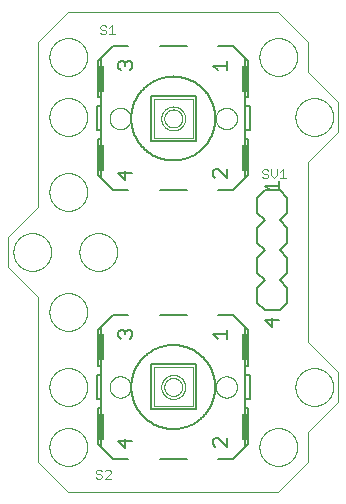
<source format=gto>
G75*
%MOIN*%
%OFA0B0*%
%FSLAX25Y25*%
%IPPOS*%
%LPD*%
%AMOC8*
5,1,8,0,0,1.08239X$1,22.5*
%
%ADD10C,0.00000*%
%ADD11C,0.00600*%
%ADD12C,0.00200*%
%ADD13C,0.00500*%
%ADD14R,0.02000X0.08500*%
%ADD15C,0.00300*%
D10*
X0097595Y0028933D02*
X0107595Y0018933D01*
X0177595Y0018933D01*
X0187595Y0028933D01*
X0187595Y0038933D01*
X0197595Y0048933D01*
X0197595Y0058933D01*
X0187595Y0068933D01*
X0187595Y0128933D01*
X0197595Y0138933D01*
X0197595Y0148933D01*
X0187595Y0158933D01*
X0187595Y0168933D01*
X0177595Y0178933D01*
X0107556Y0178894D01*
X0097595Y0168894D01*
X0097595Y0113933D01*
X0087595Y0103933D01*
X0087595Y0093933D01*
X0097595Y0083933D01*
X0097595Y0028933D01*
X0101296Y0033933D02*
X0101298Y0034091D01*
X0101304Y0034249D01*
X0101314Y0034407D01*
X0101328Y0034565D01*
X0101346Y0034722D01*
X0101367Y0034879D01*
X0101393Y0035035D01*
X0101423Y0035191D01*
X0101456Y0035346D01*
X0101494Y0035499D01*
X0101535Y0035652D01*
X0101580Y0035804D01*
X0101629Y0035955D01*
X0101682Y0036104D01*
X0101738Y0036252D01*
X0101798Y0036398D01*
X0101862Y0036543D01*
X0101930Y0036686D01*
X0102001Y0036828D01*
X0102075Y0036968D01*
X0102153Y0037105D01*
X0102235Y0037241D01*
X0102319Y0037375D01*
X0102408Y0037506D01*
X0102499Y0037635D01*
X0102594Y0037762D01*
X0102691Y0037887D01*
X0102792Y0038009D01*
X0102896Y0038128D01*
X0103003Y0038245D01*
X0103113Y0038359D01*
X0103226Y0038470D01*
X0103341Y0038579D01*
X0103459Y0038684D01*
X0103580Y0038786D01*
X0103703Y0038886D01*
X0103829Y0038982D01*
X0103957Y0039075D01*
X0104087Y0039165D01*
X0104220Y0039251D01*
X0104355Y0039335D01*
X0104491Y0039414D01*
X0104630Y0039491D01*
X0104771Y0039563D01*
X0104913Y0039633D01*
X0105057Y0039698D01*
X0105203Y0039760D01*
X0105350Y0039818D01*
X0105499Y0039873D01*
X0105649Y0039924D01*
X0105800Y0039971D01*
X0105952Y0040014D01*
X0106105Y0040053D01*
X0106260Y0040089D01*
X0106415Y0040120D01*
X0106571Y0040148D01*
X0106727Y0040172D01*
X0106884Y0040192D01*
X0107042Y0040208D01*
X0107199Y0040220D01*
X0107358Y0040228D01*
X0107516Y0040232D01*
X0107674Y0040232D01*
X0107832Y0040228D01*
X0107991Y0040220D01*
X0108148Y0040208D01*
X0108306Y0040192D01*
X0108463Y0040172D01*
X0108619Y0040148D01*
X0108775Y0040120D01*
X0108930Y0040089D01*
X0109085Y0040053D01*
X0109238Y0040014D01*
X0109390Y0039971D01*
X0109541Y0039924D01*
X0109691Y0039873D01*
X0109840Y0039818D01*
X0109987Y0039760D01*
X0110133Y0039698D01*
X0110277Y0039633D01*
X0110419Y0039563D01*
X0110560Y0039491D01*
X0110699Y0039414D01*
X0110835Y0039335D01*
X0110970Y0039251D01*
X0111103Y0039165D01*
X0111233Y0039075D01*
X0111361Y0038982D01*
X0111487Y0038886D01*
X0111610Y0038786D01*
X0111731Y0038684D01*
X0111849Y0038579D01*
X0111964Y0038470D01*
X0112077Y0038359D01*
X0112187Y0038245D01*
X0112294Y0038128D01*
X0112398Y0038009D01*
X0112499Y0037887D01*
X0112596Y0037762D01*
X0112691Y0037635D01*
X0112782Y0037506D01*
X0112871Y0037375D01*
X0112955Y0037241D01*
X0113037Y0037105D01*
X0113115Y0036968D01*
X0113189Y0036828D01*
X0113260Y0036686D01*
X0113328Y0036543D01*
X0113392Y0036398D01*
X0113452Y0036252D01*
X0113508Y0036104D01*
X0113561Y0035955D01*
X0113610Y0035804D01*
X0113655Y0035652D01*
X0113696Y0035499D01*
X0113734Y0035346D01*
X0113767Y0035191D01*
X0113797Y0035035D01*
X0113823Y0034879D01*
X0113844Y0034722D01*
X0113862Y0034565D01*
X0113876Y0034407D01*
X0113886Y0034249D01*
X0113892Y0034091D01*
X0113894Y0033933D01*
X0113892Y0033775D01*
X0113886Y0033617D01*
X0113876Y0033459D01*
X0113862Y0033301D01*
X0113844Y0033144D01*
X0113823Y0032987D01*
X0113797Y0032831D01*
X0113767Y0032675D01*
X0113734Y0032520D01*
X0113696Y0032367D01*
X0113655Y0032214D01*
X0113610Y0032062D01*
X0113561Y0031911D01*
X0113508Y0031762D01*
X0113452Y0031614D01*
X0113392Y0031468D01*
X0113328Y0031323D01*
X0113260Y0031180D01*
X0113189Y0031038D01*
X0113115Y0030898D01*
X0113037Y0030761D01*
X0112955Y0030625D01*
X0112871Y0030491D01*
X0112782Y0030360D01*
X0112691Y0030231D01*
X0112596Y0030104D01*
X0112499Y0029979D01*
X0112398Y0029857D01*
X0112294Y0029738D01*
X0112187Y0029621D01*
X0112077Y0029507D01*
X0111964Y0029396D01*
X0111849Y0029287D01*
X0111731Y0029182D01*
X0111610Y0029080D01*
X0111487Y0028980D01*
X0111361Y0028884D01*
X0111233Y0028791D01*
X0111103Y0028701D01*
X0110970Y0028615D01*
X0110835Y0028531D01*
X0110699Y0028452D01*
X0110560Y0028375D01*
X0110419Y0028303D01*
X0110277Y0028233D01*
X0110133Y0028168D01*
X0109987Y0028106D01*
X0109840Y0028048D01*
X0109691Y0027993D01*
X0109541Y0027942D01*
X0109390Y0027895D01*
X0109238Y0027852D01*
X0109085Y0027813D01*
X0108930Y0027777D01*
X0108775Y0027746D01*
X0108619Y0027718D01*
X0108463Y0027694D01*
X0108306Y0027674D01*
X0108148Y0027658D01*
X0107991Y0027646D01*
X0107832Y0027638D01*
X0107674Y0027634D01*
X0107516Y0027634D01*
X0107358Y0027638D01*
X0107199Y0027646D01*
X0107042Y0027658D01*
X0106884Y0027674D01*
X0106727Y0027694D01*
X0106571Y0027718D01*
X0106415Y0027746D01*
X0106260Y0027777D01*
X0106105Y0027813D01*
X0105952Y0027852D01*
X0105800Y0027895D01*
X0105649Y0027942D01*
X0105499Y0027993D01*
X0105350Y0028048D01*
X0105203Y0028106D01*
X0105057Y0028168D01*
X0104913Y0028233D01*
X0104771Y0028303D01*
X0104630Y0028375D01*
X0104491Y0028452D01*
X0104355Y0028531D01*
X0104220Y0028615D01*
X0104087Y0028701D01*
X0103957Y0028791D01*
X0103829Y0028884D01*
X0103703Y0028980D01*
X0103580Y0029080D01*
X0103459Y0029182D01*
X0103341Y0029287D01*
X0103226Y0029396D01*
X0103113Y0029507D01*
X0103003Y0029621D01*
X0102896Y0029738D01*
X0102792Y0029857D01*
X0102691Y0029979D01*
X0102594Y0030104D01*
X0102499Y0030231D01*
X0102408Y0030360D01*
X0102319Y0030491D01*
X0102235Y0030625D01*
X0102153Y0030761D01*
X0102075Y0030898D01*
X0102001Y0031038D01*
X0101930Y0031180D01*
X0101862Y0031323D01*
X0101798Y0031468D01*
X0101738Y0031614D01*
X0101682Y0031762D01*
X0101629Y0031911D01*
X0101580Y0032062D01*
X0101535Y0032214D01*
X0101494Y0032367D01*
X0101456Y0032520D01*
X0101423Y0032675D01*
X0101393Y0032831D01*
X0101367Y0032987D01*
X0101346Y0033144D01*
X0101328Y0033301D01*
X0101314Y0033459D01*
X0101304Y0033617D01*
X0101298Y0033775D01*
X0101296Y0033933D01*
X0101296Y0053933D02*
X0101298Y0054091D01*
X0101304Y0054249D01*
X0101314Y0054407D01*
X0101328Y0054565D01*
X0101346Y0054722D01*
X0101367Y0054879D01*
X0101393Y0055035D01*
X0101423Y0055191D01*
X0101456Y0055346D01*
X0101494Y0055499D01*
X0101535Y0055652D01*
X0101580Y0055804D01*
X0101629Y0055955D01*
X0101682Y0056104D01*
X0101738Y0056252D01*
X0101798Y0056398D01*
X0101862Y0056543D01*
X0101930Y0056686D01*
X0102001Y0056828D01*
X0102075Y0056968D01*
X0102153Y0057105D01*
X0102235Y0057241D01*
X0102319Y0057375D01*
X0102408Y0057506D01*
X0102499Y0057635D01*
X0102594Y0057762D01*
X0102691Y0057887D01*
X0102792Y0058009D01*
X0102896Y0058128D01*
X0103003Y0058245D01*
X0103113Y0058359D01*
X0103226Y0058470D01*
X0103341Y0058579D01*
X0103459Y0058684D01*
X0103580Y0058786D01*
X0103703Y0058886D01*
X0103829Y0058982D01*
X0103957Y0059075D01*
X0104087Y0059165D01*
X0104220Y0059251D01*
X0104355Y0059335D01*
X0104491Y0059414D01*
X0104630Y0059491D01*
X0104771Y0059563D01*
X0104913Y0059633D01*
X0105057Y0059698D01*
X0105203Y0059760D01*
X0105350Y0059818D01*
X0105499Y0059873D01*
X0105649Y0059924D01*
X0105800Y0059971D01*
X0105952Y0060014D01*
X0106105Y0060053D01*
X0106260Y0060089D01*
X0106415Y0060120D01*
X0106571Y0060148D01*
X0106727Y0060172D01*
X0106884Y0060192D01*
X0107042Y0060208D01*
X0107199Y0060220D01*
X0107358Y0060228D01*
X0107516Y0060232D01*
X0107674Y0060232D01*
X0107832Y0060228D01*
X0107991Y0060220D01*
X0108148Y0060208D01*
X0108306Y0060192D01*
X0108463Y0060172D01*
X0108619Y0060148D01*
X0108775Y0060120D01*
X0108930Y0060089D01*
X0109085Y0060053D01*
X0109238Y0060014D01*
X0109390Y0059971D01*
X0109541Y0059924D01*
X0109691Y0059873D01*
X0109840Y0059818D01*
X0109987Y0059760D01*
X0110133Y0059698D01*
X0110277Y0059633D01*
X0110419Y0059563D01*
X0110560Y0059491D01*
X0110699Y0059414D01*
X0110835Y0059335D01*
X0110970Y0059251D01*
X0111103Y0059165D01*
X0111233Y0059075D01*
X0111361Y0058982D01*
X0111487Y0058886D01*
X0111610Y0058786D01*
X0111731Y0058684D01*
X0111849Y0058579D01*
X0111964Y0058470D01*
X0112077Y0058359D01*
X0112187Y0058245D01*
X0112294Y0058128D01*
X0112398Y0058009D01*
X0112499Y0057887D01*
X0112596Y0057762D01*
X0112691Y0057635D01*
X0112782Y0057506D01*
X0112871Y0057375D01*
X0112955Y0057241D01*
X0113037Y0057105D01*
X0113115Y0056968D01*
X0113189Y0056828D01*
X0113260Y0056686D01*
X0113328Y0056543D01*
X0113392Y0056398D01*
X0113452Y0056252D01*
X0113508Y0056104D01*
X0113561Y0055955D01*
X0113610Y0055804D01*
X0113655Y0055652D01*
X0113696Y0055499D01*
X0113734Y0055346D01*
X0113767Y0055191D01*
X0113797Y0055035D01*
X0113823Y0054879D01*
X0113844Y0054722D01*
X0113862Y0054565D01*
X0113876Y0054407D01*
X0113886Y0054249D01*
X0113892Y0054091D01*
X0113894Y0053933D01*
X0113892Y0053775D01*
X0113886Y0053617D01*
X0113876Y0053459D01*
X0113862Y0053301D01*
X0113844Y0053144D01*
X0113823Y0052987D01*
X0113797Y0052831D01*
X0113767Y0052675D01*
X0113734Y0052520D01*
X0113696Y0052367D01*
X0113655Y0052214D01*
X0113610Y0052062D01*
X0113561Y0051911D01*
X0113508Y0051762D01*
X0113452Y0051614D01*
X0113392Y0051468D01*
X0113328Y0051323D01*
X0113260Y0051180D01*
X0113189Y0051038D01*
X0113115Y0050898D01*
X0113037Y0050761D01*
X0112955Y0050625D01*
X0112871Y0050491D01*
X0112782Y0050360D01*
X0112691Y0050231D01*
X0112596Y0050104D01*
X0112499Y0049979D01*
X0112398Y0049857D01*
X0112294Y0049738D01*
X0112187Y0049621D01*
X0112077Y0049507D01*
X0111964Y0049396D01*
X0111849Y0049287D01*
X0111731Y0049182D01*
X0111610Y0049080D01*
X0111487Y0048980D01*
X0111361Y0048884D01*
X0111233Y0048791D01*
X0111103Y0048701D01*
X0110970Y0048615D01*
X0110835Y0048531D01*
X0110699Y0048452D01*
X0110560Y0048375D01*
X0110419Y0048303D01*
X0110277Y0048233D01*
X0110133Y0048168D01*
X0109987Y0048106D01*
X0109840Y0048048D01*
X0109691Y0047993D01*
X0109541Y0047942D01*
X0109390Y0047895D01*
X0109238Y0047852D01*
X0109085Y0047813D01*
X0108930Y0047777D01*
X0108775Y0047746D01*
X0108619Y0047718D01*
X0108463Y0047694D01*
X0108306Y0047674D01*
X0108148Y0047658D01*
X0107991Y0047646D01*
X0107832Y0047638D01*
X0107674Y0047634D01*
X0107516Y0047634D01*
X0107358Y0047638D01*
X0107199Y0047646D01*
X0107042Y0047658D01*
X0106884Y0047674D01*
X0106727Y0047694D01*
X0106571Y0047718D01*
X0106415Y0047746D01*
X0106260Y0047777D01*
X0106105Y0047813D01*
X0105952Y0047852D01*
X0105800Y0047895D01*
X0105649Y0047942D01*
X0105499Y0047993D01*
X0105350Y0048048D01*
X0105203Y0048106D01*
X0105057Y0048168D01*
X0104913Y0048233D01*
X0104771Y0048303D01*
X0104630Y0048375D01*
X0104491Y0048452D01*
X0104355Y0048531D01*
X0104220Y0048615D01*
X0104087Y0048701D01*
X0103957Y0048791D01*
X0103829Y0048884D01*
X0103703Y0048980D01*
X0103580Y0049080D01*
X0103459Y0049182D01*
X0103341Y0049287D01*
X0103226Y0049396D01*
X0103113Y0049507D01*
X0103003Y0049621D01*
X0102896Y0049738D01*
X0102792Y0049857D01*
X0102691Y0049979D01*
X0102594Y0050104D01*
X0102499Y0050231D01*
X0102408Y0050360D01*
X0102319Y0050491D01*
X0102235Y0050625D01*
X0102153Y0050761D01*
X0102075Y0050898D01*
X0102001Y0051038D01*
X0101930Y0051180D01*
X0101862Y0051323D01*
X0101798Y0051468D01*
X0101738Y0051614D01*
X0101682Y0051762D01*
X0101629Y0051911D01*
X0101580Y0052062D01*
X0101535Y0052214D01*
X0101494Y0052367D01*
X0101456Y0052520D01*
X0101423Y0052675D01*
X0101393Y0052831D01*
X0101367Y0052987D01*
X0101346Y0053144D01*
X0101328Y0053301D01*
X0101314Y0053459D01*
X0101304Y0053617D01*
X0101298Y0053775D01*
X0101296Y0053933D01*
X0121345Y0053933D02*
X0121347Y0054052D01*
X0121353Y0054170D01*
X0121363Y0054288D01*
X0121377Y0054406D01*
X0121394Y0054523D01*
X0121416Y0054640D01*
X0121442Y0054756D01*
X0121471Y0054871D01*
X0121504Y0054985D01*
X0121541Y0055097D01*
X0121582Y0055209D01*
X0121627Y0055319D01*
X0121675Y0055427D01*
X0121727Y0055534D01*
X0121782Y0055639D01*
X0121841Y0055742D01*
X0121903Y0055843D01*
X0121968Y0055942D01*
X0122037Y0056039D01*
X0122109Y0056133D01*
X0122184Y0056225D01*
X0122262Y0056314D01*
X0122343Y0056401D01*
X0122427Y0056485D01*
X0122514Y0056566D01*
X0122603Y0056644D01*
X0122695Y0056719D01*
X0122789Y0056791D01*
X0122886Y0056860D01*
X0122985Y0056925D01*
X0123086Y0056987D01*
X0123189Y0057046D01*
X0123294Y0057101D01*
X0123401Y0057153D01*
X0123509Y0057201D01*
X0123619Y0057246D01*
X0123731Y0057287D01*
X0123843Y0057324D01*
X0123957Y0057357D01*
X0124072Y0057386D01*
X0124188Y0057412D01*
X0124305Y0057434D01*
X0124422Y0057451D01*
X0124540Y0057465D01*
X0124658Y0057475D01*
X0124776Y0057481D01*
X0124895Y0057483D01*
X0125014Y0057481D01*
X0125132Y0057475D01*
X0125250Y0057465D01*
X0125368Y0057451D01*
X0125485Y0057434D01*
X0125602Y0057412D01*
X0125718Y0057386D01*
X0125833Y0057357D01*
X0125947Y0057324D01*
X0126059Y0057287D01*
X0126171Y0057246D01*
X0126281Y0057201D01*
X0126389Y0057153D01*
X0126496Y0057101D01*
X0126601Y0057046D01*
X0126704Y0056987D01*
X0126805Y0056925D01*
X0126904Y0056860D01*
X0127001Y0056791D01*
X0127095Y0056719D01*
X0127187Y0056644D01*
X0127276Y0056566D01*
X0127363Y0056485D01*
X0127447Y0056401D01*
X0127528Y0056314D01*
X0127606Y0056225D01*
X0127681Y0056133D01*
X0127753Y0056039D01*
X0127822Y0055942D01*
X0127887Y0055843D01*
X0127949Y0055742D01*
X0128008Y0055639D01*
X0128063Y0055534D01*
X0128115Y0055427D01*
X0128163Y0055319D01*
X0128208Y0055209D01*
X0128249Y0055097D01*
X0128286Y0054985D01*
X0128319Y0054871D01*
X0128348Y0054756D01*
X0128374Y0054640D01*
X0128396Y0054523D01*
X0128413Y0054406D01*
X0128427Y0054288D01*
X0128437Y0054170D01*
X0128443Y0054052D01*
X0128445Y0053933D01*
X0128443Y0053814D01*
X0128437Y0053696D01*
X0128427Y0053578D01*
X0128413Y0053460D01*
X0128396Y0053343D01*
X0128374Y0053226D01*
X0128348Y0053110D01*
X0128319Y0052995D01*
X0128286Y0052881D01*
X0128249Y0052769D01*
X0128208Y0052657D01*
X0128163Y0052547D01*
X0128115Y0052439D01*
X0128063Y0052332D01*
X0128008Y0052227D01*
X0127949Y0052124D01*
X0127887Y0052023D01*
X0127822Y0051924D01*
X0127753Y0051827D01*
X0127681Y0051733D01*
X0127606Y0051641D01*
X0127528Y0051552D01*
X0127447Y0051465D01*
X0127363Y0051381D01*
X0127276Y0051300D01*
X0127187Y0051222D01*
X0127095Y0051147D01*
X0127001Y0051075D01*
X0126904Y0051006D01*
X0126805Y0050941D01*
X0126704Y0050879D01*
X0126601Y0050820D01*
X0126496Y0050765D01*
X0126389Y0050713D01*
X0126281Y0050665D01*
X0126171Y0050620D01*
X0126059Y0050579D01*
X0125947Y0050542D01*
X0125833Y0050509D01*
X0125718Y0050480D01*
X0125602Y0050454D01*
X0125485Y0050432D01*
X0125368Y0050415D01*
X0125250Y0050401D01*
X0125132Y0050391D01*
X0125014Y0050385D01*
X0124895Y0050383D01*
X0124776Y0050385D01*
X0124658Y0050391D01*
X0124540Y0050401D01*
X0124422Y0050415D01*
X0124305Y0050432D01*
X0124188Y0050454D01*
X0124072Y0050480D01*
X0123957Y0050509D01*
X0123843Y0050542D01*
X0123731Y0050579D01*
X0123619Y0050620D01*
X0123509Y0050665D01*
X0123401Y0050713D01*
X0123294Y0050765D01*
X0123189Y0050820D01*
X0123086Y0050879D01*
X0122985Y0050941D01*
X0122886Y0051006D01*
X0122789Y0051075D01*
X0122695Y0051147D01*
X0122603Y0051222D01*
X0122514Y0051300D01*
X0122427Y0051381D01*
X0122343Y0051465D01*
X0122262Y0051552D01*
X0122184Y0051641D01*
X0122109Y0051733D01*
X0122037Y0051827D01*
X0121968Y0051924D01*
X0121903Y0052023D01*
X0121841Y0052124D01*
X0121782Y0052227D01*
X0121727Y0052332D01*
X0121675Y0052439D01*
X0121627Y0052547D01*
X0121582Y0052657D01*
X0121541Y0052769D01*
X0121504Y0052881D01*
X0121471Y0052995D01*
X0121442Y0053110D01*
X0121416Y0053226D01*
X0121394Y0053343D01*
X0121377Y0053460D01*
X0121363Y0053578D01*
X0121353Y0053696D01*
X0121347Y0053814D01*
X0121345Y0053933D01*
X0101296Y0078933D02*
X0101298Y0079091D01*
X0101304Y0079249D01*
X0101314Y0079407D01*
X0101328Y0079565D01*
X0101346Y0079722D01*
X0101367Y0079879D01*
X0101393Y0080035D01*
X0101423Y0080191D01*
X0101456Y0080346D01*
X0101494Y0080499D01*
X0101535Y0080652D01*
X0101580Y0080804D01*
X0101629Y0080955D01*
X0101682Y0081104D01*
X0101738Y0081252D01*
X0101798Y0081398D01*
X0101862Y0081543D01*
X0101930Y0081686D01*
X0102001Y0081828D01*
X0102075Y0081968D01*
X0102153Y0082105D01*
X0102235Y0082241D01*
X0102319Y0082375D01*
X0102408Y0082506D01*
X0102499Y0082635D01*
X0102594Y0082762D01*
X0102691Y0082887D01*
X0102792Y0083009D01*
X0102896Y0083128D01*
X0103003Y0083245D01*
X0103113Y0083359D01*
X0103226Y0083470D01*
X0103341Y0083579D01*
X0103459Y0083684D01*
X0103580Y0083786D01*
X0103703Y0083886D01*
X0103829Y0083982D01*
X0103957Y0084075D01*
X0104087Y0084165D01*
X0104220Y0084251D01*
X0104355Y0084335D01*
X0104491Y0084414D01*
X0104630Y0084491D01*
X0104771Y0084563D01*
X0104913Y0084633D01*
X0105057Y0084698D01*
X0105203Y0084760D01*
X0105350Y0084818D01*
X0105499Y0084873D01*
X0105649Y0084924D01*
X0105800Y0084971D01*
X0105952Y0085014D01*
X0106105Y0085053D01*
X0106260Y0085089D01*
X0106415Y0085120D01*
X0106571Y0085148D01*
X0106727Y0085172D01*
X0106884Y0085192D01*
X0107042Y0085208D01*
X0107199Y0085220D01*
X0107358Y0085228D01*
X0107516Y0085232D01*
X0107674Y0085232D01*
X0107832Y0085228D01*
X0107991Y0085220D01*
X0108148Y0085208D01*
X0108306Y0085192D01*
X0108463Y0085172D01*
X0108619Y0085148D01*
X0108775Y0085120D01*
X0108930Y0085089D01*
X0109085Y0085053D01*
X0109238Y0085014D01*
X0109390Y0084971D01*
X0109541Y0084924D01*
X0109691Y0084873D01*
X0109840Y0084818D01*
X0109987Y0084760D01*
X0110133Y0084698D01*
X0110277Y0084633D01*
X0110419Y0084563D01*
X0110560Y0084491D01*
X0110699Y0084414D01*
X0110835Y0084335D01*
X0110970Y0084251D01*
X0111103Y0084165D01*
X0111233Y0084075D01*
X0111361Y0083982D01*
X0111487Y0083886D01*
X0111610Y0083786D01*
X0111731Y0083684D01*
X0111849Y0083579D01*
X0111964Y0083470D01*
X0112077Y0083359D01*
X0112187Y0083245D01*
X0112294Y0083128D01*
X0112398Y0083009D01*
X0112499Y0082887D01*
X0112596Y0082762D01*
X0112691Y0082635D01*
X0112782Y0082506D01*
X0112871Y0082375D01*
X0112955Y0082241D01*
X0113037Y0082105D01*
X0113115Y0081968D01*
X0113189Y0081828D01*
X0113260Y0081686D01*
X0113328Y0081543D01*
X0113392Y0081398D01*
X0113452Y0081252D01*
X0113508Y0081104D01*
X0113561Y0080955D01*
X0113610Y0080804D01*
X0113655Y0080652D01*
X0113696Y0080499D01*
X0113734Y0080346D01*
X0113767Y0080191D01*
X0113797Y0080035D01*
X0113823Y0079879D01*
X0113844Y0079722D01*
X0113862Y0079565D01*
X0113876Y0079407D01*
X0113886Y0079249D01*
X0113892Y0079091D01*
X0113894Y0078933D01*
X0113892Y0078775D01*
X0113886Y0078617D01*
X0113876Y0078459D01*
X0113862Y0078301D01*
X0113844Y0078144D01*
X0113823Y0077987D01*
X0113797Y0077831D01*
X0113767Y0077675D01*
X0113734Y0077520D01*
X0113696Y0077367D01*
X0113655Y0077214D01*
X0113610Y0077062D01*
X0113561Y0076911D01*
X0113508Y0076762D01*
X0113452Y0076614D01*
X0113392Y0076468D01*
X0113328Y0076323D01*
X0113260Y0076180D01*
X0113189Y0076038D01*
X0113115Y0075898D01*
X0113037Y0075761D01*
X0112955Y0075625D01*
X0112871Y0075491D01*
X0112782Y0075360D01*
X0112691Y0075231D01*
X0112596Y0075104D01*
X0112499Y0074979D01*
X0112398Y0074857D01*
X0112294Y0074738D01*
X0112187Y0074621D01*
X0112077Y0074507D01*
X0111964Y0074396D01*
X0111849Y0074287D01*
X0111731Y0074182D01*
X0111610Y0074080D01*
X0111487Y0073980D01*
X0111361Y0073884D01*
X0111233Y0073791D01*
X0111103Y0073701D01*
X0110970Y0073615D01*
X0110835Y0073531D01*
X0110699Y0073452D01*
X0110560Y0073375D01*
X0110419Y0073303D01*
X0110277Y0073233D01*
X0110133Y0073168D01*
X0109987Y0073106D01*
X0109840Y0073048D01*
X0109691Y0072993D01*
X0109541Y0072942D01*
X0109390Y0072895D01*
X0109238Y0072852D01*
X0109085Y0072813D01*
X0108930Y0072777D01*
X0108775Y0072746D01*
X0108619Y0072718D01*
X0108463Y0072694D01*
X0108306Y0072674D01*
X0108148Y0072658D01*
X0107991Y0072646D01*
X0107832Y0072638D01*
X0107674Y0072634D01*
X0107516Y0072634D01*
X0107358Y0072638D01*
X0107199Y0072646D01*
X0107042Y0072658D01*
X0106884Y0072674D01*
X0106727Y0072694D01*
X0106571Y0072718D01*
X0106415Y0072746D01*
X0106260Y0072777D01*
X0106105Y0072813D01*
X0105952Y0072852D01*
X0105800Y0072895D01*
X0105649Y0072942D01*
X0105499Y0072993D01*
X0105350Y0073048D01*
X0105203Y0073106D01*
X0105057Y0073168D01*
X0104913Y0073233D01*
X0104771Y0073303D01*
X0104630Y0073375D01*
X0104491Y0073452D01*
X0104355Y0073531D01*
X0104220Y0073615D01*
X0104087Y0073701D01*
X0103957Y0073791D01*
X0103829Y0073884D01*
X0103703Y0073980D01*
X0103580Y0074080D01*
X0103459Y0074182D01*
X0103341Y0074287D01*
X0103226Y0074396D01*
X0103113Y0074507D01*
X0103003Y0074621D01*
X0102896Y0074738D01*
X0102792Y0074857D01*
X0102691Y0074979D01*
X0102594Y0075104D01*
X0102499Y0075231D01*
X0102408Y0075360D01*
X0102319Y0075491D01*
X0102235Y0075625D01*
X0102153Y0075761D01*
X0102075Y0075898D01*
X0102001Y0076038D01*
X0101930Y0076180D01*
X0101862Y0076323D01*
X0101798Y0076468D01*
X0101738Y0076614D01*
X0101682Y0076762D01*
X0101629Y0076911D01*
X0101580Y0077062D01*
X0101535Y0077214D01*
X0101494Y0077367D01*
X0101456Y0077520D01*
X0101423Y0077675D01*
X0101393Y0077831D01*
X0101367Y0077987D01*
X0101346Y0078144D01*
X0101328Y0078301D01*
X0101314Y0078459D01*
X0101304Y0078617D01*
X0101298Y0078775D01*
X0101296Y0078933D01*
X0089296Y0098933D02*
X0089298Y0099091D01*
X0089304Y0099249D01*
X0089314Y0099407D01*
X0089328Y0099565D01*
X0089346Y0099722D01*
X0089367Y0099879D01*
X0089393Y0100035D01*
X0089423Y0100191D01*
X0089456Y0100346D01*
X0089494Y0100499D01*
X0089535Y0100652D01*
X0089580Y0100804D01*
X0089629Y0100955D01*
X0089682Y0101104D01*
X0089738Y0101252D01*
X0089798Y0101398D01*
X0089862Y0101543D01*
X0089930Y0101686D01*
X0090001Y0101828D01*
X0090075Y0101968D01*
X0090153Y0102105D01*
X0090235Y0102241D01*
X0090319Y0102375D01*
X0090408Y0102506D01*
X0090499Y0102635D01*
X0090594Y0102762D01*
X0090691Y0102887D01*
X0090792Y0103009D01*
X0090896Y0103128D01*
X0091003Y0103245D01*
X0091113Y0103359D01*
X0091226Y0103470D01*
X0091341Y0103579D01*
X0091459Y0103684D01*
X0091580Y0103786D01*
X0091703Y0103886D01*
X0091829Y0103982D01*
X0091957Y0104075D01*
X0092087Y0104165D01*
X0092220Y0104251D01*
X0092355Y0104335D01*
X0092491Y0104414D01*
X0092630Y0104491D01*
X0092771Y0104563D01*
X0092913Y0104633D01*
X0093057Y0104698D01*
X0093203Y0104760D01*
X0093350Y0104818D01*
X0093499Y0104873D01*
X0093649Y0104924D01*
X0093800Y0104971D01*
X0093952Y0105014D01*
X0094105Y0105053D01*
X0094260Y0105089D01*
X0094415Y0105120D01*
X0094571Y0105148D01*
X0094727Y0105172D01*
X0094884Y0105192D01*
X0095042Y0105208D01*
X0095199Y0105220D01*
X0095358Y0105228D01*
X0095516Y0105232D01*
X0095674Y0105232D01*
X0095832Y0105228D01*
X0095991Y0105220D01*
X0096148Y0105208D01*
X0096306Y0105192D01*
X0096463Y0105172D01*
X0096619Y0105148D01*
X0096775Y0105120D01*
X0096930Y0105089D01*
X0097085Y0105053D01*
X0097238Y0105014D01*
X0097390Y0104971D01*
X0097541Y0104924D01*
X0097691Y0104873D01*
X0097840Y0104818D01*
X0097987Y0104760D01*
X0098133Y0104698D01*
X0098277Y0104633D01*
X0098419Y0104563D01*
X0098560Y0104491D01*
X0098699Y0104414D01*
X0098835Y0104335D01*
X0098970Y0104251D01*
X0099103Y0104165D01*
X0099233Y0104075D01*
X0099361Y0103982D01*
X0099487Y0103886D01*
X0099610Y0103786D01*
X0099731Y0103684D01*
X0099849Y0103579D01*
X0099964Y0103470D01*
X0100077Y0103359D01*
X0100187Y0103245D01*
X0100294Y0103128D01*
X0100398Y0103009D01*
X0100499Y0102887D01*
X0100596Y0102762D01*
X0100691Y0102635D01*
X0100782Y0102506D01*
X0100871Y0102375D01*
X0100955Y0102241D01*
X0101037Y0102105D01*
X0101115Y0101968D01*
X0101189Y0101828D01*
X0101260Y0101686D01*
X0101328Y0101543D01*
X0101392Y0101398D01*
X0101452Y0101252D01*
X0101508Y0101104D01*
X0101561Y0100955D01*
X0101610Y0100804D01*
X0101655Y0100652D01*
X0101696Y0100499D01*
X0101734Y0100346D01*
X0101767Y0100191D01*
X0101797Y0100035D01*
X0101823Y0099879D01*
X0101844Y0099722D01*
X0101862Y0099565D01*
X0101876Y0099407D01*
X0101886Y0099249D01*
X0101892Y0099091D01*
X0101894Y0098933D01*
X0101892Y0098775D01*
X0101886Y0098617D01*
X0101876Y0098459D01*
X0101862Y0098301D01*
X0101844Y0098144D01*
X0101823Y0097987D01*
X0101797Y0097831D01*
X0101767Y0097675D01*
X0101734Y0097520D01*
X0101696Y0097367D01*
X0101655Y0097214D01*
X0101610Y0097062D01*
X0101561Y0096911D01*
X0101508Y0096762D01*
X0101452Y0096614D01*
X0101392Y0096468D01*
X0101328Y0096323D01*
X0101260Y0096180D01*
X0101189Y0096038D01*
X0101115Y0095898D01*
X0101037Y0095761D01*
X0100955Y0095625D01*
X0100871Y0095491D01*
X0100782Y0095360D01*
X0100691Y0095231D01*
X0100596Y0095104D01*
X0100499Y0094979D01*
X0100398Y0094857D01*
X0100294Y0094738D01*
X0100187Y0094621D01*
X0100077Y0094507D01*
X0099964Y0094396D01*
X0099849Y0094287D01*
X0099731Y0094182D01*
X0099610Y0094080D01*
X0099487Y0093980D01*
X0099361Y0093884D01*
X0099233Y0093791D01*
X0099103Y0093701D01*
X0098970Y0093615D01*
X0098835Y0093531D01*
X0098699Y0093452D01*
X0098560Y0093375D01*
X0098419Y0093303D01*
X0098277Y0093233D01*
X0098133Y0093168D01*
X0097987Y0093106D01*
X0097840Y0093048D01*
X0097691Y0092993D01*
X0097541Y0092942D01*
X0097390Y0092895D01*
X0097238Y0092852D01*
X0097085Y0092813D01*
X0096930Y0092777D01*
X0096775Y0092746D01*
X0096619Y0092718D01*
X0096463Y0092694D01*
X0096306Y0092674D01*
X0096148Y0092658D01*
X0095991Y0092646D01*
X0095832Y0092638D01*
X0095674Y0092634D01*
X0095516Y0092634D01*
X0095358Y0092638D01*
X0095199Y0092646D01*
X0095042Y0092658D01*
X0094884Y0092674D01*
X0094727Y0092694D01*
X0094571Y0092718D01*
X0094415Y0092746D01*
X0094260Y0092777D01*
X0094105Y0092813D01*
X0093952Y0092852D01*
X0093800Y0092895D01*
X0093649Y0092942D01*
X0093499Y0092993D01*
X0093350Y0093048D01*
X0093203Y0093106D01*
X0093057Y0093168D01*
X0092913Y0093233D01*
X0092771Y0093303D01*
X0092630Y0093375D01*
X0092491Y0093452D01*
X0092355Y0093531D01*
X0092220Y0093615D01*
X0092087Y0093701D01*
X0091957Y0093791D01*
X0091829Y0093884D01*
X0091703Y0093980D01*
X0091580Y0094080D01*
X0091459Y0094182D01*
X0091341Y0094287D01*
X0091226Y0094396D01*
X0091113Y0094507D01*
X0091003Y0094621D01*
X0090896Y0094738D01*
X0090792Y0094857D01*
X0090691Y0094979D01*
X0090594Y0095104D01*
X0090499Y0095231D01*
X0090408Y0095360D01*
X0090319Y0095491D01*
X0090235Y0095625D01*
X0090153Y0095761D01*
X0090075Y0095898D01*
X0090001Y0096038D01*
X0089930Y0096180D01*
X0089862Y0096323D01*
X0089798Y0096468D01*
X0089738Y0096614D01*
X0089682Y0096762D01*
X0089629Y0096911D01*
X0089580Y0097062D01*
X0089535Y0097214D01*
X0089494Y0097367D01*
X0089456Y0097520D01*
X0089423Y0097675D01*
X0089393Y0097831D01*
X0089367Y0097987D01*
X0089346Y0098144D01*
X0089328Y0098301D01*
X0089314Y0098459D01*
X0089304Y0098617D01*
X0089298Y0098775D01*
X0089296Y0098933D01*
X0101296Y0118933D02*
X0101298Y0119091D01*
X0101304Y0119249D01*
X0101314Y0119407D01*
X0101328Y0119565D01*
X0101346Y0119722D01*
X0101367Y0119879D01*
X0101393Y0120035D01*
X0101423Y0120191D01*
X0101456Y0120346D01*
X0101494Y0120499D01*
X0101535Y0120652D01*
X0101580Y0120804D01*
X0101629Y0120955D01*
X0101682Y0121104D01*
X0101738Y0121252D01*
X0101798Y0121398D01*
X0101862Y0121543D01*
X0101930Y0121686D01*
X0102001Y0121828D01*
X0102075Y0121968D01*
X0102153Y0122105D01*
X0102235Y0122241D01*
X0102319Y0122375D01*
X0102408Y0122506D01*
X0102499Y0122635D01*
X0102594Y0122762D01*
X0102691Y0122887D01*
X0102792Y0123009D01*
X0102896Y0123128D01*
X0103003Y0123245D01*
X0103113Y0123359D01*
X0103226Y0123470D01*
X0103341Y0123579D01*
X0103459Y0123684D01*
X0103580Y0123786D01*
X0103703Y0123886D01*
X0103829Y0123982D01*
X0103957Y0124075D01*
X0104087Y0124165D01*
X0104220Y0124251D01*
X0104355Y0124335D01*
X0104491Y0124414D01*
X0104630Y0124491D01*
X0104771Y0124563D01*
X0104913Y0124633D01*
X0105057Y0124698D01*
X0105203Y0124760D01*
X0105350Y0124818D01*
X0105499Y0124873D01*
X0105649Y0124924D01*
X0105800Y0124971D01*
X0105952Y0125014D01*
X0106105Y0125053D01*
X0106260Y0125089D01*
X0106415Y0125120D01*
X0106571Y0125148D01*
X0106727Y0125172D01*
X0106884Y0125192D01*
X0107042Y0125208D01*
X0107199Y0125220D01*
X0107358Y0125228D01*
X0107516Y0125232D01*
X0107674Y0125232D01*
X0107832Y0125228D01*
X0107991Y0125220D01*
X0108148Y0125208D01*
X0108306Y0125192D01*
X0108463Y0125172D01*
X0108619Y0125148D01*
X0108775Y0125120D01*
X0108930Y0125089D01*
X0109085Y0125053D01*
X0109238Y0125014D01*
X0109390Y0124971D01*
X0109541Y0124924D01*
X0109691Y0124873D01*
X0109840Y0124818D01*
X0109987Y0124760D01*
X0110133Y0124698D01*
X0110277Y0124633D01*
X0110419Y0124563D01*
X0110560Y0124491D01*
X0110699Y0124414D01*
X0110835Y0124335D01*
X0110970Y0124251D01*
X0111103Y0124165D01*
X0111233Y0124075D01*
X0111361Y0123982D01*
X0111487Y0123886D01*
X0111610Y0123786D01*
X0111731Y0123684D01*
X0111849Y0123579D01*
X0111964Y0123470D01*
X0112077Y0123359D01*
X0112187Y0123245D01*
X0112294Y0123128D01*
X0112398Y0123009D01*
X0112499Y0122887D01*
X0112596Y0122762D01*
X0112691Y0122635D01*
X0112782Y0122506D01*
X0112871Y0122375D01*
X0112955Y0122241D01*
X0113037Y0122105D01*
X0113115Y0121968D01*
X0113189Y0121828D01*
X0113260Y0121686D01*
X0113328Y0121543D01*
X0113392Y0121398D01*
X0113452Y0121252D01*
X0113508Y0121104D01*
X0113561Y0120955D01*
X0113610Y0120804D01*
X0113655Y0120652D01*
X0113696Y0120499D01*
X0113734Y0120346D01*
X0113767Y0120191D01*
X0113797Y0120035D01*
X0113823Y0119879D01*
X0113844Y0119722D01*
X0113862Y0119565D01*
X0113876Y0119407D01*
X0113886Y0119249D01*
X0113892Y0119091D01*
X0113894Y0118933D01*
X0113892Y0118775D01*
X0113886Y0118617D01*
X0113876Y0118459D01*
X0113862Y0118301D01*
X0113844Y0118144D01*
X0113823Y0117987D01*
X0113797Y0117831D01*
X0113767Y0117675D01*
X0113734Y0117520D01*
X0113696Y0117367D01*
X0113655Y0117214D01*
X0113610Y0117062D01*
X0113561Y0116911D01*
X0113508Y0116762D01*
X0113452Y0116614D01*
X0113392Y0116468D01*
X0113328Y0116323D01*
X0113260Y0116180D01*
X0113189Y0116038D01*
X0113115Y0115898D01*
X0113037Y0115761D01*
X0112955Y0115625D01*
X0112871Y0115491D01*
X0112782Y0115360D01*
X0112691Y0115231D01*
X0112596Y0115104D01*
X0112499Y0114979D01*
X0112398Y0114857D01*
X0112294Y0114738D01*
X0112187Y0114621D01*
X0112077Y0114507D01*
X0111964Y0114396D01*
X0111849Y0114287D01*
X0111731Y0114182D01*
X0111610Y0114080D01*
X0111487Y0113980D01*
X0111361Y0113884D01*
X0111233Y0113791D01*
X0111103Y0113701D01*
X0110970Y0113615D01*
X0110835Y0113531D01*
X0110699Y0113452D01*
X0110560Y0113375D01*
X0110419Y0113303D01*
X0110277Y0113233D01*
X0110133Y0113168D01*
X0109987Y0113106D01*
X0109840Y0113048D01*
X0109691Y0112993D01*
X0109541Y0112942D01*
X0109390Y0112895D01*
X0109238Y0112852D01*
X0109085Y0112813D01*
X0108930Y0112777D01*
X0108775Y0112746D01*
X0108619Y0112718D01*
X0108463Y0112694D01*
X0108306Y0112674D01*
X0108148Y0112658D01*
X0107991Y0112646D01*
X0107832Y0112638D01*
X0107674Y0112634D01*
X0107516Y0112634D01*
X0107358Y0112638D01*
X0107199Y0112646D01*
X0107042Y0112658D01*
X0106884Y0112674D01*
X0106727Y0112694D01*
X0106571Y0112718D01*
X0106415Y0112746D01*
X0106260Y0112777D01*
X0106105Y0112813D01*
X0105952Y0112852D01*
X0105800Y0112895D01*
X0105649Y0112942D01*
X0105499Y0112993D01*
X0105350Y0113048D01*
X0105203Y0113106D01*
X0105057Y0113168D01*
X0104913Y0113233D01*
X0104771Y0113303D01*
X0104630Y0113375D01*
X0104491Y0113452D01*
X0104355Y0113531D01*
X0104220Y0113615D01*
X0104087Y0113701D01*
X0103957Y0113791D01*
X0103829Y0113884D01*
X0103703Y0113980D01*
X0103580Y0114080D01*
X0103459Y0114182D01*
X0103341Y0114287D01*
X0103226Y0114396D01*
X0103113Y0114507D01*
X0103003Y0114621D01*
X0102896Y0114738D01*
X0102792Y0114857D01*
X0102691Y0114979D01*
X0102594Y0115104D01*
X0102499Y0115231D01*
X0102408Y0115360D01*
X0102319Y0115491D01*
X0102235Y0115625D01*
X0102153Y0115761D01*
X0102075Y0115898D01*
X0102001Y0116038D01*
X0101930Y0116180D01*
X0101862Y0116323D01*
X0101798Y0116468D01*
X0101738Y0116614D01*
X0101682Y0116762D01*
X0101629Y0116911D01*
X0101580Y0117062D01*
X0101535Y0117214D01*
X0101494Y0117367D01*
X0101456Y0117520D01*
X0101423Y0117675D01*
X0101393Y0117831D01*
X0101367Y0117987D01*
X0101346Y0118144D01*
X0101328Y0118301D01*
X0101314Y0118459D01*
X0101304Y0118617D01*
X0101298Y0118775D01*
X0101296Y0118933D01*
X0111296Y0098933D02*
X0111298Y0099091D01*
X0111304Y0099249D01*
X0111314Y0099407D01*
X0111328Y0099565D01*
X0111346Y0099722D01*
X0111367Y0099879D01*
X0111393Y0100035D01*
X0111423Y0100191D01*
X0111456Y0100346D01*
X0111494Y0100499D01*
X0111535Y0100652D01*
X0111580Y0100804D01*
X0111629Y0100955D01*
X0111682Y0101104D01*
X0111738Y0101252D01*
X0111798Y0101398D01*
X0111862Y0101543D01*
X0111930Y0101686D01*
X0112001Y0101828D01*
X0112075Y0101968D01*
X0112153Y0102105D01*
X0112235Y0102241D01*
X0112319Y0102375D01*
X0112408Y0102506D01*
X0112499Y0102635D01*
X0112594Y0102762D01*
X0112691Y0102887D01*
X0112792Y0103009D01*
X0112896Y0103128D01*
X0113003Y0103245D01*
X0113113Y0103359D01*
X0113226Y0103470D01*
X0113341Y0103579D01*
X0113459Y0103684D01*
X0113580Y0103786D01*
X0113703Y0103886D01*
X0113829Y0103982D01*
X0113957Y0104075D01*
X0114087Y0104165D01*
X0114220Y0104251D01*
X0114355Y0104335D01*
X0114491Y0104414D01*
X0114630Y0104491D01*
X0114771Y0104563D01*
X0114913Y0104633D01*
X0115057Y0104698D01*
X0115203Y0104760D01*
X0115350Y0104818D01*
X0115499Y0104873D01*
X0115649Y0104924D01*
X0115800Y0104971D01*
X0115952Y0105014D01*
X0116105Y0105053D01*
X0116260Y0105089D01*
X0116415Y0105120D01*
X0116571Y0105148D01*
X0116727Y0105172D01*
X0116884Y0105192D01*
X0117042Y0105208D01*
X0117199Y0105220D01*
X0117358Y0105228D01*
X0117516Y0105232D01*
X0117674Y0105232D01*
X0117832Y0105228D01*
X0117991Y0105220D01*
X0118148Y0105208D01*
X0118306Y0105192D01*
X0118463Y0105172D01*
X0118619Y0105148D01*
X0118775Y0105120D01*
X0118930Y0105089D01*
X0119085Y0105053D01*
X0119238Y0105014D01*
X0119390Y0104971D01*
X0119541Y0104924D01*
X0119691Y0104873D01*
X0119840Y0104818D01*
X0119987Y0104760D01*
X0120133Y0104698D01*
X0120277Y0104633D01*
X0120419Y0104563D01*
X0120560Y0104491D01*
X0120699Y0104414D01*
X0120835Y0104335D01*
X0120970Y0104251D01*
X0121103Y0104165D01*
X0121233Y0104075D01*
X0121361Y0103982D01*
X0121487Y0103886D01*
X0121610Y0103786D01*
X0121731Y0103684D01*
X0121849Y0103579D01*
X0121964Y0103470D01*
X0122077Y0103359D01*
X0122187Y0103245D01*
X0122294Y0103128D01*
X0122398Y0103009D01*
X0122499Y0102887D01*
X0122596Y0102762D01*
X0122691Y0102635D01*
X0122782Y0102506D01*
X0122871Y0102375D01*
X0122955Y0102241D01*
X0123037Y0102105D01*
X0123115Y0101968D01*
X0123189Y0101828D01*
X0123260Y0101686D01*
X0123328Y0101543D01*
X0123392Y0101398D01*
X0123452Y0101252D01*
X0123508Y0101104D01*
X0123561Y0100955D01*
X0123610Y0100804D01*
X0123655Y0100652D01*
X0123696Y0100499D01*
X0123734Y0100346D01*
X0123767Y0100191D01*
X0123797Y0100035D01*
X0123823Y0099879D01*
X0123844Y0099722D01*
X0123862Y0099565D01*
X0123876Y0099407D01*
X0123886Y0099249D01*
X0123892Y0099091D01*
X0123894Y0098933D01*
X0123892Y0098775D01*
X0123886Y0098617D01*
X0123876Y0098459D01*
X0123862Y0098301D01*
X0123844Y0098144D01*
X0123823Y0097987D01*
X0123797Y0097831D01*
X0123767Y0097675D01*
X0123734Y0097520D01*
X0123696Y0097367D01*
X0123655Y0097214D01*
X0123610Y0097062D01*
X0123561Y0096911D01*
X0123508Y0096762D01*
X0123452Y0096614D01*
X0123392Y0096468D01*
X0123328Y0096323D01*
X0123260Y0096180D01*
X0123189Y0096038D01*
X0123115Y0095898D01*
X0123037Y0095761D01*
X0122955Y0095625D01*
X0122871Y0095491D01*
X0122782Y0095360D01*
X0122691Y0095231D01*
X0122596Y0095104D01*
X0122499Y0094979D01*
X0122398Y0094857D01*
X0122294Y0094738D01*
X0122187Y0094621D01*
X0122077Y0094507D01*
X0121964Y0094396D01*
X0121849Y0094287D01*
X0121731Y0094182D01*
X0121610Y0094080D01*
X0121487Y0093980D01*
X0121361Y0093884D01*
X0121233Y0093791D01*
X0121103Y0093701D01*
X0120970Y0093615D01*
X0120835Y0093531D01*
X0120699Y0093452D01*
X0120560Y0093375D01*
X0120419Y0093303D01*
X0120277Y0093233D01*
X0120133Y0093168D01*
X0119987Y0093106D01*
X0119840Y0093048D01*
X0119691Y0092993D01*
X0119541Y0092942D01*
X0119390Y0092895D01*
X0119238Y0092852D01*
X0119085Y0092813D01*
X0118930Y0092777D01*
X0118775Y0092746D01*
X0118619Y0092718D01*
X0118463Y0092694D01*
X0118306Y0092674D01*
X0118148Y0092658D01*
X0117991Y0092646D01*
X0117832Y0092638D01*
X0117674Y0092634D01*
X0117516Y0092634D01*
X0117358Y0092638D01*
X0117199Y0092646D01*
X0117042Y0092658D01*
X0116884Y0092674D01*
X0116727Y0092694D01*
X0116571Y0092718D01*
X0116415Y0092746D01*
X0116260Y0092777D01*
X0116105Y0092813D01*
X0115952Y0092852D01*
X0115800Y0092895D01*
X0115649Y0092942D01*
X0115499Y0092993D01*
X0115350Y0093048D01*
X0115203Y0093106D01*
X0115057Y0093168D01*
X0114913Y0093233D01*
X0114771Y0093303D01*
X0114630Y0093375D01*
X0114491Y0093452D01*
X0114355Y0093531D01*
X0114220Y0093615D01*
X0114087Y0093701D01*
X0113957Y0093791D01*
X0113829Y0093884D01*
X0113703Y0093980D01*
X0113580Y0094080D01*
X0113459Y0094182D01*
X0113341Y0094287D01*
X0113226Y0094396D01*
X0113113Y0094507D01*
X0113003Y0094621D01*
X0112896Y0094738D01*
X0112792Y0094857D01*
X0112691Y0094979D01*
X0112594Y0095104D01*
X0112499Y0095231D01*
X0112408Y0095360D01*
X0112319Y0095491D01*
X0112235Y0095625D01*
X0112153Y0095761D01*
X0112075Y0095898D01*
X0112001Y0096038D01*
X0111930Y0096180D01*
X0111862Y0096323D01*
X0111798Y0096468D01*
X0111738Y0096614D01*
X0111682Y0096762D01*
X0111629Y0096911D01*
X0111580Y0097062D01*
X0111535Y0097214D01*
X0111494Y0097367D01*
X0111456Y0097520D01*
X0111423Y0097675D01*
X0111393Y0097831D01*
X0111367Y0097987D01*
X0111346Y0098144D01*
X0111328Y0098301D01*
X0111314Y0098459D01*
X0111304Y0098617D01*
X0111298Y0098775D01*
X0111296Y0098933D01*
X0101296Y0143933D02*
X0101298Y0144091D01*
X0101304Y0144249D01*
X0101314Y0144407D01*
X0101328Y0144565D01*
X0101346Y0144722D01*
X0101367Y0144879D01*
X0101393Y0145035D01*
X0101423Y0145191D01*
X0101456Y0145346D01*
X0101494Y0145499D01*
X0101535Y0145652D01*
X0101580Y0145804D01*
X0101629Y0145955D01*
X0101682Y0146104D01*
X0101738Y0146252D01*
X0101798Y0146398D01*
X0101862Y0146543D01*
X0101930Y0146686D01*
X0102001Y0146828D01*
X0102075Y0146968D01*
X0102153Y0147105D01*
X0102235Y0147241D01*
X0102319Y0147375D01*
X0102408Y0147506D01*
X0102499Y0147635D01*
X0102594Y0147762D01*
X0102691Y0147887D01*
X0102792Y0148009D01*
X0102896Y0148128D01*
X0103003Y0148245D01*
X0103113Y0148359D01*
X0103226Y0148470D01*
X0103341Y0148579D01*
X0103459Y0148684D01*
X0103580Y0148786D01*
X0103703Y0148886D01*
X0103829Y0148982D01*
X0103957Y0149075D01*
X0104087Y0149165D01*
X0104220Y0149251D01*
X0104355Y0149335D01*
X0104491Y0149414D01*
X0104630Y0149491D01*
X0104771Y0149563D01*
X0104913Y0149633D01*
X0105057Y0149698D01*
X0105203Y0149760D01*
X0105350Y0149818D01*
X0105499Y0149873D01*
X0105649Y0149924D01*
X0105800Y0149971D01*
X0105952Y0150014D01*
X0106105Y0150053D01*
X0106260Y0150089D01*
X0106415Y0150120D01*
X0106571Y0150148D01*
X0106727Y0150172D01*
X0106884Y0150192D01*
X0107042Y0150208D01*
X0107199Y0150220D01*
X0107358Y0150228D01*
X0107516Y0150232D01*
X0107674Y0150232D01*
X0107832Y0150228D01*
X0107991Y0150220D01*
X0108148Y0150208D01*
X0108306Y0150192D01*
X0108463Y0150172D01*
X0108619Y0150148D01*
X0108775Y0150120D01*
X0108930Y0150089D01*
X0109085Y0150053D01*
X0109238Y0150014D01*
X0109390Y0149971D01*
X0109541Y0149924D01*
X0109691Y0149873D01*
X0109840Y0149818D01*
X0109987Y0149760D01*
X0110133Y0149698D01*
X0110277Y0149633D01*
X0110419Y0149563D01*
X0110560Y0149491D01*
X0110699Y0149414D01*
X0110835Y0149335D01*
X0110970Y0149251D01*
X0111103Y0149165D01*
X0111233Y0149075D01*
X0111361Y0148982D01*
X0111487Y0148886D01*
X0111610Y0148786D01*
X0111731Y0148684D01*
X0111849Y0148579D01*
X0111964Y0148470D01*
X0112077Y0148359D01*
X0112187Y0148245D01*
X0112294Y0148128D01*
X0112398Y0148009D01*
X0112499Y0147887D01*
X0112596Y0147762D01*
X0112691Y0147635D01*
X0112782Y0147506D01*
X0112871Y0147375D01*
X0112955Y0147241D01*
X0113037Y0147105D01*
X0113115Y0146968D01*
X0113189Y0146828D01*
X0113260Y0146686D01*
X0113328Y0146543D01*
X0113392Y0146398D01*
X0113452Y0146252D01*
X0113508Y0146104D01*
X0113561Y0145955D01*
X0113610Y0145804D01*
X0113655Y0145652D01*
X0113696Y0145499D01*
X0113734Y0145346D01*
X0113767Y0145191D01*
X0113797Y0145035D01*
X0113823Y0144879D01*
X0113844Y0144722D01*
X0113862Y0144565D01*
X0113876Y0144407D01*
X0113886Y0144249D01*
X0113892Y0144091D01*
X0113894Y0143933D01*
X0113892Y0143775D01*
X0113886Y0143617D01*
X0113876Y0143459D01*
X0113862Y0143301D01*
X0113844Y0143144D01*
X0113823Y0142987D01*
X0113797Y0142831D01*
X0113767Y0142675D01*
X0113734Y0142520D01*
X0113696Y0142367D01*
X0113655Y0142214D01*
X0113610Y0142062D01*
X0113561Y0141911D01*
X0113508Y0141762D01*
X0113452Y0141614D01*
X0113392Y0141468D01*
X0113328Y0141323D01*
X0113260Y0141180D01*
X0113189Y0141038D01*
X0113115Y0140898D01*
X0113037Y0140761D01*
X0112955Y0140625D01*
X0112871Y0140491D01*
X0112782Y0140360D01*
X0112691Y0140231D01*
X0112596Y0140104D01*
X0112499Y0139979D01*
X0112398Y0139857D01*
X0112294Y0139738D01*
X0112187Y0139621D01*
X0112077Y0139507D01*
X0111964Y0139396D01*
X0111849Y0139287D01*
X0111731Y0139182D01*
X0111610Y0139080D01*
X0111487Y0138980D01*
X0111361Y0138884D01*
X0111233Y0138791D01*
X0111103Y0138701D01*
X0110970Y0138615D01*
X0110835Y0138531D01*
X0110699Y0138452D01*
X0110560Y0138375D01*
X0110419Y0138303D01*
X0110277Y0138233D01*
X0110133Y0138168D01*
X0109987Y0138106D01*
X0109840Y0138048D01*
X0109691Y0137993D01*
X0109541Y0137942D01*
X0109390Y0137895D01*
X0109238Y0137852D01*
X0109085Y0137813D01*
X0108930Y0137777D01*
X0108775Y0137746D01*
X0108619Y0137718D01*
X0108463Y0137694D01*
X0108306Y0137674D01*
X0108148Y0137658D01*
X0107991Y0137646D01*
X0107832Y0137638D01*
X0107674Y0137634D01*
X0107516Y0137634D01*
X0107358Y0137638D01*
X0107199Y0137646D01*
X0107042Y0137658D01*
X0106884Y0137674D01*
X0106727Y0137694D01*
X0106571Y0137718D01*
X0106415Y0137746D01*
X0106260Y0137777D01*
X0106105Y0137813D01*
X0105952Y0137852D01*
X0105800Y0137895D01*
X0105649Y0137942D01*
X0105499Y0137993D01*
X0105350Y0138048D01*
X0105203Y0138106D01*
X0105057Y0138168D01*
X0104913Y0138233D01*
X0104771Y0138303D01*
X0104630Y0138375D01*
X0104491Y0138452D01*
X0104355Y0138531D01*
X0104220Y0138615D01*
X0104087Y0138701D01*
X0103957Y0138791D01*
X0103829Y0138884D01*
X0103703Y0138980D01*
X0103580Y0139080D01*
X0103459Y0139182D01*
X0103341Y0139287D01*
X0103226Y0139396D01*
X0103113Y0139507D01*
X0103003Y0139621D01*
X0102896Y0139738D01*
X0102792Y0139857D01*
X0102691Y0139979D01*
X0102594Y0140104D01*
X0102499Y0140231D01*
X0102408Y0140360D01*
X0102319Y0140491D01*
X0102235Y0140625D01*
X0102153Y0140761D01*
X0102075Y0140898D01*
X0102001Y0141038D01*
X0101930Y0141180D01*
X0101862Y0141323D01*
X0101798Y0141468D01*
X0101738Y0141614D01*
X0101682Y0141762D01*
X0101629Y0141911D01*
X0101580Y0142062D01*
X0101535Y0142214D01*
X0101494Y0142367D01*
X0101456Y0142520D01*
X0101423Y0142675D01*
X0101393Y0142831D01*
X0101367Y0142987D01*
X0101346Y0143144D01*
X0101328Y0143301D01*
X0101314Y0143459D01*
X0101304Y0143617D01*
X0101298Y0143775D01*
X0101296Y0143933D01*
X0121345Y0143433D02*
X0121347Y0143552D01*
X0121353Y0143670D01*
X0121363Y0143788D01*
X0121377Y0143906D01*
X0121394Y0144023D01*
X0121416Y0144140D01*
X0121442Y0144256D01*
X0121471Y0144371D01*
X0121504Y0144485D01*
X0121541Y0144597D01*
X0121582Y0144709D01*
X0121627Y0144819D01*
X0121675Y0144927D01*
X0121727Y0145034D01*
X0121782Y0145139D01*
X0121841Y0145242D01*
X0121903Y0145343D01*
X0121968Y0145442D01*
X0122037Y0145539D01*
X0122109Y0145633D01*
X0122184Y0145725D01*
X0122262Y0145814D01*
X0122343Y0145901D01*
X0122427Y0145985D01*
X0122514Y0146066D01*
X0122603Y0146144D01*
X0122695Y0146219D01*
X0122789Y0146291D01*
X0122886Y0146360D01*
X0122985Y0146425D01*
X0123086Y0146487D01*
X0123189Y0146546D01*
X0123294Y0146601D01*
X0123401Y0146653D01*
X0123509Y0146701D01*
X0123619Y0146746D01*
X0123731Y0146787D01*
X0123843Y0146824D01*
X0123957Y0146857D01*
X0124072Y0146886D01*
X0124188Y0146912D01*
X0124305Y0146934D01*
X0124422Y0146951D01*
X0124540Y0146965D01*
X0124658Y0146975D01*
X0124776Y0146981D01*
X0124895Y0146983D01*
X0125014Y0146981D01*
X0125132Y0146975D01*
X0125250Y0146965D01*
X0125368Y0146951D01*
X0125485Y0146934D01*
X0125602Y0146912D01*
X0125718Y0146886D01*
X0125833Y0146857D01*
X0125947Y0146824D01*
X0126059Y0146787D01*
X0126171Y0146746D01*
X0126281Y0146701D01*
X0126389Y0146653D01*
X0126496Y0146601D01*
X0126601Y0146546D01*
X0126704Y0146487D01*
X0126805Y0146425D01*
X0126904Y0146360D01*
X0127001Y0146291D01*
X0127095Y0146219D01*
X0127187Y0146144D01*
X0127276Y0146066D01*
X0127363Y0145985D01*
X0127447Y0145901D01*
X0127528Y0145814D01*
X0127606Y0145725D01*
X0127681Y0145633D01*
X0127753Y0145539D01*
X0127822Y0145442D01*
X0127887Y0145343D01*
X0127949Y0145242D01*
X0128008Y0145139D01*
X0128063Y0145034D01*
X0128115Y0144927D01*
X0128163Y0144819D01*
X0128208Y0144709D01*
X0128249Y0144597D01*
X0128286Y0144485D01*
X0128319Y0144371D01*
X0128348Y0144256D01*
X0128374Y0144140D01*
X0128396Y0144023D01*
X0128413Y0143906D01*
X0128427Y0143788D01*
X0128437Y0143670D01*
X0128443Y0143552D01*
X0128445Y0143433D01*
X0128443Y0143314D01*
X0128437Y0143196D01*
X0128427Y0143078D01*
X0128413Y0142960D01*
X0128396Y0142843D01*
X0128374Y0142726D01*
X0128348Y0142610D01*
X0128319Y0142495D01*
X0128286Y0142381D01*
X0128249Y0142269D01*
X0128208Y0142157D01*
X0128163Y0142047D01*
X0128115Y0141939D01*
X0128063Y0141832D01*
X0128008Y0141727D01*
X0127949Y0141624D01*
X0127887Y0141523D01*
X0127822Y0141424D01*
X0127753Y0141327D01*
X0127681Y0141233D01*
X0127606Y0141141D01*
X0127528Y0141052D01*
X0127447Y0140965D01*
X0127363Y0140881D01*
X0127276Y0140800D01*
X0127187Y0140722D01*
X0127095Y0140647D01*
X0127001Y0140575D01*
X0126904Y0140506D01*
X0126805Y0140441D01*
X0126704Y0140379D01*
X0126601Y0140320D01*
X0126496Y0140265D01*
X0126389Y0140213D01*
X0126281Y0140165D01*
X0126171Y0140120D01*
X0126059Y0140079D01*
X0125947Y0140042D01*
X0125833Y0140009D01*
X0125718Y0139980D01*
X0125602Y0139954D01*
X0125485Y0139932D01*
X0125368Y0139915D01*
X0125250Y0139901D01*
X0125132Y0139891D01*
X0125014Y0139885D01*
X0124895Y0139883D01*
X0124776Y0139885D01*
X0124658Y0139891D01*
X0124540Y0139901D01*
X0124422Y0139915D01*
X0124305Y0139932D01*
X0124188Y0139954D01*
X0124072Y0139980D01*
X0123957Y0140009D01*
X0123843Y0140042D01*
X0123731Y0140079D01*
X0123619Y0140120D01*
X0123509Y0140165D01*
X0123401Y0140213D01*
X0123294Y0140265D01*
X0123189Y0140320D01*
X0123086Y0140379D01*
X0122985Y0140441D01*
X0122886Y0140506D01*
X0122789Y0140575D01*
X0122695Y0140647D01*
X0122603Y0140722D01*
X0122514Y0140800D01*
X0122427Y0140881D01*
X0122343Y0140965D01*
X0122262Y0141052D01*
X0122184Y0141141D01*
X0122109Y0141233D01*
X0122037Y0141327D01*
X0121968Y0141424D01*
X0121903Y0141523D01*
X0121841Y0141624D01*
X0121782Y0141727D01*
X0121727Y0141832D01*
X0121675Y0141939D01*
X0121627Y0142047D01*
X0121582Y0142157D01*
X0121541Y0142269D01*
X0121504Y0142381D01*
X0121471Y0142495D01*
X0121442Y0142610D01*
X0121416Y0142726D01*
X0121394Y0142843D01*
X0121377Y0142960D01*
X0121363Y0143078D01*
X0121353Y0143196D01*
X0121347Y0143314D01*
X0121345Y0143433D01*
X0101296Y0163933D02*
X0101298Y0164091D01*
X0101304Y0164249D01*
X0101314Y0164407D01*
X0101328Y0164565D01*
X0101346Y0164722D01*
X0101367Y0164879D01*
X0101393Y0165035D01*
X0101423Y0165191D01*
X0101456Y0165346D01*
X0101494Y0165499D01*
X0101535Y0165652D01*
X0101580Y0165804D01*
X0101629Y0165955D01*
X0101682Y0166104D01*
X0101738Y0166252D01*
X0101798Y0166398D01*
X0101862Y0166543D01*
X0101930Y0166686D01*
X0102001Y0166828D01*
X0102075Y0166968D01*
X0102153Y0167105D01*
X0102235Y0167241D01*
X0102319Y0167375D01*
X0102408Y0167506D01*
X0102499Y0167635D01*
X0102594Y0167762D01*
X0102691Y0167887D01*
X0102792Y0168009D01*
X0102896Y0168128D01*
X0103003Y0168245D01*
X0103113Y0168359D01*
X0103226Y0168470D01*
X0103341Y0168579D01*
X0103459Y0168684D01*
X0103580Y0168786D01*
X0103703Y0168886D01*
X0103829Y0168982D01*
X0103957Y0169075D01*
X0104087Y0169165D01*
X0104220Y0169251D01*
X0104355Y0169335D01*
X0104491Y0169414D01*
X0104630Y0169491D01*
X0104771Y0169563D01*
X0104913Y0169633D01*
X0105057Y0169698D01*
X0105203Y0169760D01*
X0105350Y0169818D01*
X0105499Y0169873D01*
X0105649Y0169924D01*
X0105800Y0169971D01*
X0105952Y0170014D01*
X0106105Y0170053D01*
X0106260Y0170089D01*
X0106415Y0170120D01*
X0106571Y0170148D01*
X0106727Y0170172D01*
X0106884Y0170192D01*
X0107042Y0170208D01*
X0107199Y0170220D01*
X0107358Y0170228D01*
X0107516Y0170232D01*
X0107674Y0170232D01*
X0107832Y0170228D01*
X0107991Y0170220D01*
X0108148Y0170208D01*
X0108306Y0170192D01*
X0108463Y0170172D01*
X0108619Y0170148D01*
X0108775Y0170120D01*
X0108930Y0170089D01*
X0109085Y0170053D01*
X0109238Y0170014D01*
X0109390Y0169971D01*
X0109541Y0169924D01*
X0109691Y0169873D01*
X0109840Y0169818D01*
X0109987Y0169760D01*
X0110133Y0169698D01*
X0110277Y0169633D01*
X0110419Y0169563D01*
X0110560Y0169491D01*
X0110699Y0169414D01*
X0110835Y0169335D01*
X0110970Y0169251D01*
X0111103Y0169165D01*
X0111233Y0169075D01*
X0111361Y0168982D01*
X0111487Y0168886D01*
X0111610Y0168786D01*
X0111731Y0168684D01*
X0111849Y0168579D01*
X0111964Y0168470D01*
X0112077Y0168359D01*
X0112187Y0168245D01*
X0112294Y0168128D01*
X0112398Y0168009D01*
X0112499Y0167887D01*
X0112596Y0167762D01*
X0112691Y0167635D01*
X0112782Y0167506D01*
X0112871Y0167375D01*
X0112955Y0167241D01*
X0113037Y0167105D01*
X0113115Y0166968D01*
X0113189Y0166828D01*
X0113260Y0166686D01*
X0113328Y0166543D01*
X0113392Y0166398D01*
X0113452Y0166252D01*
X0113508Y0166104D01*
X0113561Y0165955D01*
X0113610Y0165804D01*
X0113655Y0165652D01*
X0113696Y0165499D01*
X0113734Y0165346D01*
X0113767Y0165191D01*
X0113797Y0165035D01*
X0113823Y0164879D01*
X0113844Y0164722D01*
X0113862Y0164565D01*
X0113876Y0164407D01*
X0113886Y0164249D01*
X0113892Y0164091D01*
X0113894Y0163933D01*
X0113892Y0163775D01*
X0113886Y0163617D01*
X0113876Y0163459D01*
X0113862Y0163301D01*
X0113844Y0163144D01*
X0113823Y0162987D01*
X0113797Y0162831D01*
X0113767Y0162675D01*
X0113734Y0162520D01*
X0113696Y0162367D01*
X0113655Y0162214D01*
X0113610Y0162062D01*
X0113561Y0161911D01*
X0113508Y0161762D01*
X0113452Y0161614D01*
X0113392Y0161468D01*
X0113328Y0161323D01*
X0113260Y0161180D01*
X0113189Y0161038D01*
X0113115Y0160898D01*
X0113037Y0160761D01*
X0112955Y0160625D01*
X0112871Y0160491D01*
X0112782Y0160360D01*
X0112691Y0160231D01*
X0112596Y0160104D01*
X0112499Y0159979D01*
X0112398Y0159857D01*
X0112294Y0159738D01*
X0112187Y0159621D01*
X0112077Y0159507D01*
X0111964Y0159396D01*
X0111849Y0159287D01*
X0111731Y0159182D01*
X0111610Y0159080D01*
X0111487Y0158980D01*
X0111361Y0158884D01*
X0111233Y0158791D01*
X0111103Y0158701D01*
X0110970Y0158615D01*
X0110835Y0158531D01*
X0110699Y0158452D01*
X0110560Y0158375D01*
X0110419Y0158303D01*
X0110277Y0158233D01*
X0110133Y0158168D01*
X0109987Y0158106D01*
X0109840Y0158048D01*
X0109691Y0157993D01*
X0109541Y0157942D01*
X0109390Y0157895D01*
X0109238Y0157852D01*
X0109085Y0157813D01*
X0108930Y0157777D01*
X0108775Y0157746D01*
X0108619Y0157718D01*
X0108463Y0157694D01*
X0108306Y0157674D01*
X0108148Y0157658D01*
X0107991Y0157646D01*
X0107832Y0157638D01*
X0107674Y0157634D01*
X0107516Y0157634D01*
X0107358Y0157638D01*
X0107199Y0157646D01*
X0107042Y0157658D01*
X0106884Y0157674D01*
X0106727Y0157694D01*
X0106571Y0157718D01*
X0106415Y0157746D01*
X0106260Y0157777D01*
X0106105Y0157813D01*
X0105952Y0157852D01*
X0105800Y0157895D01*
X0105649Y0157942D01*
X0105499Y0157993D01*
X0105350Y0158048D01*
X0105203Y0158106D01*
X0105057Y0158168D01*
X0104913Y0158233D01*
X0104771Y0158303D01*
X0104630Y0158375D01*
X0104491Y0158452D01*
X0104355Y0158531D01*
X0104220Y0158615D01*
X0104087Y0158701D01*
X0103957Y0158791D01*
X0103829Y0158884D01*
X0103703Y0158980D01*
X0103580Y0159080D01*
X0103459Y0159182D01*
X0103341Y0159287D01*
X0103226Y0159396D01*
X0103113Y0159507D01*
X0103003Y0159621D01*
X0102896Y0159738D01*
X0102792Y0159857D01*
X0102691Y0159979D01*
X0102594Y0160104D01*
X0102499Y0160231D01*
X0102408Y0160360D01*
X0102319Y0160491D01*
X0102235Y0160625D01*
X0102153Y0160761D01*
X0102075Y0160898D01*
X0102001Y0161038D01*
X0101930Y0161180D01*
X0101862Y0161323D01*
X0101798Y0161468D01*
X0101738Y0161614D01*
X0101682Y0161762D01*
X0101629Y0161911D01*
X0101580Y0162062D01*
X0101535Y0162214D01*
X0101494Y0162367D01*
X0101456Y0162520D01*
X0101423Y0162675D01*
X0101393Y0162831D01*
X0101367Y0162987D01*
X0101346Y0163144D01*
X0101328Y0163301D01*
X0101314Y0163459D01*
X0101304Y0163617D01*
X0101298Y0163775D01*
X0101296Y0163933D01*
X0156745Y0143433D02*
X0156747Y0143552D01*
X0156753Y0143670D01*
X0156763Y0143788D01*
X0156777Y0143906D01*
X0156794Y0144023D01*
X0156816Y0144140D01*
X0156842Y0144256D01*
X0156871Y0144371D01*
X0156904Y0144485D01*
X0156941Y0144597D01*
X0156982Y0144709D01*
X0157027Y0144819D01*
X0157075Y0144927D01*
X0157127Y0145034D01*
X0157182Y0145139D01*
X0157241Y0145242D01*
X0157303Y0145343D01*
X0157368Y0145442D01*
X0157437Y0145539D01*
X0157509Y0145633D01*
X0157584Y0145725D01*
X0157662Y0145814D01*
X0157743Y0145901D01*
X0157827Y0145985D01*
X0157914Y0146066D01*
X0158003Y0146144D01*
X0158095Y0146219D01*
X0158189Y0146291D01*
X0158286Y0146360D01*
X0158385Y0146425D01*
X0158486Y0146487D01*
X0158589Y0146546D01*
X0158694Y0146601D01*
X0158801Y0146653D01*
X0158909Y0146701D01*
X0159019Y0146746D01*
X0159131Y0146787D01*
X0159243Y0146824D01*
X0159357Y0146857D01*
X0159472Y0146886D01*
X0159588Y0146912D01*
X0159705Y0146934D01*
X0159822Y0146951D01*
X0159940Y0146965D01*
X0160058Y0146975D01*
X0160176Y0146981D01*
X0160295Y0146983D01*
X0160414Y0146981D01*
X0160532Y0146975D01*
X0160650Y0146965D01*
X0160768Y0146951D01*
X0160885Y0146934D01*
X0161002Y0146912D01*
X0161118Y0146886D01*
X0161233Y0146857D01*
X0161347Y0146824D01*
X0161459Y0146787D01*
X0161571Y0146746D01*
X0161681Y0146701D01*
X0161789Y0146653D01*
X0161896Y0146601D01*
X0162001Y0146546D01*
X0162104Y0146487D01*
X0162205Y0146425D01*
X0162304Y0146360D01*
X0162401Y0146291D01*
X0162495Y0146219D01*
X0162587Y0146144D01*
X0162676Y0146066D01*
X0162763Y0145985D01*
X0162847Y0145901D01*
X0162928Y0145814D01*
X0163006Y0145725D01*
X0163081Y0145633D01*
X0163153Y0145539D01*
X0163222Y0145442D01*
X0163287Y0145343D01*
X0163349Y0145242D01*
X0163408Y0145139D01*
X0163463Y0145034D01*
X0163515Y0144927D01*
X0163563Y0144819D01*
X0163608Y0144709D01*
X0163649Y0144597D01*
X0163686Y0144485D01*
X0163719Y0144371D01*
X0163748Y0144256D01*
X0163774Y0144140D01*
X0163796Y0144023D01*
X0163813Y0143906D01*
X0163827Y0143788D01*
X0163837Y0143670D01*
X0163843Y0143552D01*
X0163845Y0143433D01*
X0163843Y0143314D01*
X0163837Y0143196D01*
X0163827Y0143078D01*
X0163813Y0142960D01*
X0163796Y0142843D01*
X0163774Y0142726D01*
X0163748Y0142610D01*
X0163719Y0142495D01*
X0163686Y0142381D01*
X0163649Y0142269D01*
X0163608Y0142157D01*
X0163563Y0142047D01*
X0163515Y0141939D01*
X0163463Y0141832D01*
X0163408Y0141727D01*
X0163349Y0141624D01*
X0163287Y0141523D01*
X0163222Y0141424D01*
X0163153Y0141327D01*
X0163081Y0141233D01*
X0163006Y0141141D01*
X0162928Y0141052D01*
X0162847Y0140965D01*
X0162763Y0140881D01*
X0162676Y0140800D01*
X0162587Y0140722D01*
X0162495Y0140647D01*
X0162401Y0140575D01*
X0162304Y0140506D01*
X0162205Y0140441D01*
X0162104Y0140379D01*
X0162001Y0140320D01*
X0161896Y0140265D01*
X0161789Y0140213D01*
X0161681Y0140165D01*
X0161571Y0140120D01*
X0161459Y0140079D01*
X0161347Y0140042D01*
X0161233Y0140009D01*
X0161118Y0139980D01*
X0161002Y0139954D01*
X0160885Y0139932D01*
X0160768Y0139915D01*
X0160650Y0139901D01*
X0160532Y0139891D01*
X0160414Y0139885D01*
X0160295Y0139883D01*
X0160176Y0139885D01*
X0160058Y0139891D01*
X0159940Y0139901D01*
X0159822Y0139915D01*
X0159705Y0139932D01*
X0159588Y0139954D01*
X0159472Y0139980D01*
X0159357Y0140009D01*
X0159243Y0140042D01*
X0159131Y0140079D01*
X0159019Y0140120D01*
X0158909Y0140165D01*
X0158801Y0140213D01*
X0158694Y0140265D01*
X0158589Y0140320D01*
X0158486Y0140379D01*
X0158385Y0140441D01*
X0158286Y0140506D01*
X0158189Y0140575D01*
X0158095Y0140647D01*
X0158003Y0140722D01*
X0157914Y0140800D01*
X0157827Y0140881D01*
X0157743Y0140965D01*
X0157662Y0141052D01*
X0157584Y0141141D01*
X0157509Y0141233D01*
X0157437Y0141327D01*
X0157368Y0141424D01*
X0157303Y0141523D01*
X0157241Y0141624D01*
X0157182Y0141727D01*
X0157127Y0141832D01*
X0157075Y0141939D01*
X0157027Y0142047D01*
X0156982Y0142157D01*
X0156941Y0142269D01*
X0156904Y0142381D01*
X0156871Y0142495D01*
X0156842Y0142610D01*
X0156816Y0142726D01*
X0156794Y0142843D01*
X0156777Y0142960D01*
X0156763Y0143078D01*
X0156753Y0143196D01*
X0156747Y0143314D01*
X0156745Y0143433D01*
X0171296Y0163933D02*
X0171298Y0164091D01*
X0171304Y0164249D01*
X0171314Y0164407D01*
X0171328Y0164565D01*
X0171346Y0164722D01*
X0171367Y0164879D01*
X0171393Y0165035D01*
X0171423Y0165191D01*
X0171456Y0165346D01*
X0171494Y0165499D01*
X0171535Y0165652D01*
X0171580Y0165804D01*
X0171629Y0165955D01*
X0171682Y0166104D01*
X0171738Y0166252D01*
X0171798Y0166398D01*
X0171862Y0166543D01*
X0171930Y0166686D01*
X0172001Y0166828D01*
X0172075Y0166968D01*
X0172153Y0167105D01*
X0172235Y0167241D01*
X0172319Y0167375D01*
X0172408Y0167506D01*
X0172499Y0167635D01*
X0172594Y0167762D01*
X0172691Y0167887D01*
X0172792Y0168009D01*
X0172896Y0168128D01*
X0173003Y0168245D01*
X0173113Y0168359D01*
X0173226Y0168470D01*
X0173341Y0168579D01*
X0173459Y0168684D01*
X0173580Y0168786D01*
X0173703Y0168886D01*
X0173829Y0168982D01*
X0173957Y0169075D01*
X0174087Y0169165D01*
X0174220Y0169251D01*
X0174355Y0169335D01*
X0174491Y0169414D01*
X0174630Y0169491D01*
X0174771Y0169563D01*
X0174913Y0169633D01*
X0175057Y0169698D01*
X0175203Y0169760D01*
X0175350Y0169818D01*
X0175499Y0169873D01*
X0175649Y0169924D01*
X0175800Y0169971D01*
X0175952Y0170014D01*
X0176105Y0170053D01*
X0176260Y0170089D01*
X0176415Y0170120D01*
X0176571Y0170148D01*
X0176727Y0170172D01*
X0176884Y0170192D01*
X0177042Y0170208D01*
X0177199Y0170220D01*
X0177358Y0170228D01*
X0177516Y0170232D01*
X0177674Y0170232D01*
X0177832Y0170228D01*
X0177991Y0170220D01*
X0178148Y0170208D01*
X0178306Y0170192D01*
X0178463Y0170172D01*
X0178619Y0170148D01*
X0178775Y0170120D01*
X0178930Y0170089D01*
X0179085Y0170053D01*
X0179238Y0170014D01*
X0179390Y0169971D01*
X0179541Y0169924D01*
X0179691Y0169873D01*
X0179840Y0169818D01*
X0179987Y0169760D01*
X0180133Y0169698D01*
X0180277Y0169633D01*
X0180419Y0169563D01*
X0180560Y0169491D01*
X0180699Y0169414D01*
X0180835Y0169335D01*
X0180970Y0169251D01*
X0181103Y0169165D01*
X0181233Y0169075D01*
X0181361Y0168982D01*
X0181487Y0168886D01*
X0181610Y0168786D01*
X0181731Y0168684D01*
X0181849Y0168579D01*
X0181964Y0168470D01*
X0182077Y0168359D01*
X0182187Y0168245D01*
X0182294Y0168128D01*
X0182398Y0168009D01*
X0182499Y0167887D01*
X0182596Y0167762D01*
X0182691Y0167635D01*
X0182782Y0167506D01*
X0182871Y0167375D01*
X0182955Y0167241D01*
X0183037Y0167105D01*
X0183115Y0166968D01*
X0183189Y0166828D01*
X0183260Y0166686D01*
X0183328Y0166543D01*
X0183392Y0166398D01*
X0183452Y0166252D01*
X0183508Y0166104D01*
X0183561Y0165955D01*
X0183610Y0165804D01*
X0183655Y0165652D01*
X0183696Y0165499D01*
X0183734Y0165346D01*
X0183767Y0165191D01*
X0183797Y0165035D01*
X0183823Y0164879D01*
X0183844Y0164722D01*
X0183862Y0164565D01*
X0183876Y0164407D01*
X0183886Y0164249D01*
X0183892Y0164091D01*
X0183894Y0163933D01*
X0183892Y0163775D01*
X0183886Y0163617D01*
X0183876Y0163459D01*
X0183862Y0163301D01*
X0183844Y0163144D01*
X0183823Y0162987D01*
X0183797Y0162831D01*
X0183767Y0162675D01*
X0183734Y0162520D01*
X0183696Y0162367D01*
X0183655Y0162214D01*
X0183610Y0162062D01*
X0183561Y0161911D01*
X0183508Y0161762D01*
X0183452Y0161614D01*
X0183392Y0161468D01*
X0183328Y0161323D01*
X0183260Y0161180D01*
X0183189Y0161038D01*
X0183115Y0160898D01*
X0183037Y0160761D01*
X0182955Y0160625D01*
X0182871Y0160491D01*
X0182782Y0160360D01*
X0182691Y0160231D01*
X0182596Y0160104D01*
X0182499Y0159979D01*
X0182398Y0159857D01*
X0182294Y0159738D01*
X0182187Y0159621D01*
X0182077Y0159507D01*
X0181964Y0159396D01*
X0181849Y0159287D01*
X0181731Y0159182D01*
X0181610Y0159080D01*
X0181487Y0158980D01*
X0181361Y0158884D01*
X0181233Y0158791D01*
X0181103Y0158701D01*
X0180970Y0158615D01*
X0180835Y0158531D01*
X0180699Y0158452D01*
X0180560Y0158375D01*
X0180419Y0158303D01*
X0180277Y0158233D01*
X0180133Y0158168D01*
X0179987Y0158106D01*
X0179840Y0158048D01*
X0179691Y0157993D01*
X0179541Y0157942D01*
X0179390Y0157895D01*
X0179238Y0157852D01*
X0179085Y0157813D01*
X0178930Y0157777D01*
X0178775Y0157746D01*
X0178619Y0157718D01*
X0178463Y0157694D01*
X0178306Y0157674D01*
X0178148Y0157658D01*
X0177991Y0157646D01*
X0177832Y0157638D01*
X0177674Y0157634D01*
X0177516Y0157634D01*
X0177358Y0157638D01*
X0177199Y0157646D01*
X0177042Y0157658D01*
X0176884Y0157674D01*
X0176727Y0157694D01*
X0176571Y0157718D01*
X0176415Y0157746D01*
X0176260Y0157777D01*
X0176105Y0157813D01*
X0175952Y0157852D01*
X0175800Y0157895D01*
X0175649Y0157942D01*
X0175499Y0157993D01*
X0175350Y0158048D01*
X0175203Y0158106D01*
X0175057Y0158168D01*
X0174913Y0158233D01*
X0174771Y0158303D01*
X0174630Y0158375D01*
X0174491Y0158452D01*
X0174355Y0158531D01*
X0174220Y0158615D01*
X0174087Y0158701D01*
X0173957Y0158791D01*
X0173829Y0158884D01*
X0173703Y0158980D01*
X0173580Y0159080D01*
X0173459Y0159182D01*
X0173341Y0159287D01*
X0173226Y0159396D01*
X0173113Y0159507D01*
X0173003Y0159621D01*
X0172896Y0159738D01*
X0172792Y0159857D01*
X0172691Y0159979D01*
X0172594Y0160104D01*
X0172499Y0160231D01*
X0172408Y0160360D01*
X0172319Y0160491D01*
X0172235Y0160625D01*
X0172153Y0160761D01*
X0172075Y0160898D01*
X0172001Y0161038D01*
X0171930Y0161180D01*
X0171862Y0161323D01*
X0171798Y0161468D01*
X0171738Y0161614D01*
X0171682Y0161762D01*
X0171629Y0161911D01*
X0171580Y0162062D01*
X0171535Y0162214D01*
X0171494Y0162367D01*
X0171456Y0162520D01*
X0171423Y0162675D01*
X0171393Y0162831D01*
X0171367Y0162987D01*
X0171346Y0163144D01*
X0171328Y0163301D01*
X0171314Y0163459D01*
X0171304Y0163617D01*
X0171298Y0163775D01*
X0171296Y0163933D01*
X0183296Y0143933D02*
X0183298Y0144091D01*
X0183304Y0144249D01*
X0183314Y0144407D01*
X0183328Y0144565D01*
X0183346Y0144722D01*
X0183367Y0144879D01*
X0183393Y0145035D01*
X0183423Y0145191D01*
X0183456Y0145346D01*
X0183494Y0145499D01*
X0183535Y0145652D01*
X0183580Y0145804D01*
X0183629Y0145955D01*
X0183682Y0146104D01*
X0183738Y0146252D01*
X0183798Y0146398D01*
X0183862Y0146543D01*
X0183930Y0146686D01*
X0184001Y0146828D01*
X0184075Y0146968D01*
X0184153Y0147105D01*
X0184235Y0147241D01*
X0184319Y0147375D01*
X0184408Y0147506D01*
X0184499Y0147635D01*
X0184594Y0147762D01*
X0184691Y0147887D01*
X0184792Y0148009D01*
X0184896Y0148128D01*
X0185003Y0148245D01*
X0185113Y0148359D01*
X0185226Y0148470D01*
X0185341Y0148579D01*
X0185459Y0148684D01*
X0185580Y0148786D01*
X0185703Y0148886D01*
X0185829Y0148982D01*
X0185957Y0149075D01*
X0186087Y0149165D01*
X0186220Y0149251D01*
X0186355Y0149335D01*
X0186491Y0149414D01*
X0186630Y0149491D01*
X0186771Y0149563D01*
X0186913Y0149633D01*
X0187057Y0149698D01*
X0187203Y0149760D01*
X0187350Y0149818D01*
X0187499Y0149873D01*
X0187649Y0149924D01*
X0187800Y0149971D01*
X0187952Y0150014D01*
X0188105Y0150053D01*
X0188260Y0150089D01*
X0188415Y0150120D01*
X0188571Y0150148D01*
X0188727Y0150172D01*
X0188884Y0150192D01*
X0189042Y0150208D01*
X0189199Y0150220D01*
X0189358Y0150228D01*
X0189516Y0150232D01*
X0189674Y0150232D01*
X0189832Y0150228D01*
X0189991Y0150220D01*
X0190148Y0150208D01*
X0190306Y0150192D01*
X0190463Y0150172D01*
X0190619Y0150148D01*
X0190775Y0150120D01*
X0190930Y0150089D01*
X0191085Y0150053D01*
X0191238Y0150014D01*
X0191390Y0149971D01*
X0191541Y0149924D01*
X0191691Y0149873D01*
X0191840Y0149818D01*
X0191987Y0149760D01*
X0192133Y0149698D01*
X0192277Y0149633D01*
X0192419Y0149563D01*
X0192560Y0149491D01*
X0192699Y0149414D01*
X0192835Y0149335D01*
X0192970Y0149251D01*
X0193103Y0149165D01*
X0193233Y0149075D01*
X0193361Y0148982D01*
X0193487Y0148886D01*
X0193610Y0148786D01*
X0193731Y0148684D01*
X0193849Y0148579D01*
X0193964Y0148470D01*
X0194077Y0148359D01*
X0194187Y0148245D01*
X0194294Y0148128D01*
X0194398Y0148009D01*
X0194499Y0147887D01*
X0194596Y0147762D01*
X0194691Y0147635D01*
X0194782Y0147506D01*
X0194871Y0147375D01*
X0194955Y0147241D01*
X0195037Y0147105D01*
X0195115Y0146968D01*
X0195189Y0146828D01*
X0195260Y0146686D01*
X0195328Y0146543D01*
X0195392Y0146398D01*
X0195452Y0146252D01*
X0195508Y0146104D01*
X0195561Y0145955D01*
X0195610Y0145804D01*
X0195655Y0145652D01*
X0195696Y0145499D01*
X0195734Y0145346D01*
X0195767Y0145191D01*
X0195797Y0145035D01*
X0195823Y0144879D01*
X0195844Y0144722D01*
X0195862Y0144565D01*
X0195876Y0144407D01*
X0195886Y0144249D01*
X0195892Y0144091D01*
X0195894Y0143933D01*
X0195892Y0143775D01*
X0195886Y0143617D01*
X0195876Y0143459D01*
X0195862Y0143301D01*
X0195844Y0143144D01*
X0195823Y0142987D01*
X0195797Y0142831D01*
X0195767Y0142675D01*
X0195734Y0142520D01*
X0195696Y0142367D01*
X0195655Y0142214D01*
X0195610Y0142062D01*
X0195561Y0141911D01*
X0195508Y0141762D01*
X0195452Y0141614D01*
X0195392Y0141468D01*
X0195328Y0141323D01*
X0195260Y0141180D01*
X0195189Y0141038D01*
X0195115Y0140898D01*
X0195037Y0140761D01*
X0194955Y0140625D01*
X0194871Y0140491D01*
X0194782Y0140360D01*
X0194691Y0140231D01*
X0194596Y0140104D01*
X0194499Y0139979D01*
X0194398Y0139857D01*
X0194294Y0139738D01*
X0194187Y0139621D01*
X0194077Y0139507D01*
X0193964Y0139396D01*
X0193849Y0139287D01*
X0193731Y0139182D01*
X0193610Y0139080D01*
X0193487Y0138980D01*
X0193361Y0138884D01*
X0193233Y0138791D01*
X0193103Y0138701D01*
X0192970Y0138615D01*
X0192835Y0138531D01*
X0192699Y0138452D01*
X0192560Y0138375D01*
X0192419Y0138303D01*
X0192277Y0138233D01*
X0192133Y0138168D01*
X0191987Y0138106D01*
X0191840Y0138048D01*
X0191691Y0137993D01*
X0191541Y0137942D01*
X0191390Y0137895D01*
X0191238Y0137852D01*
X0191085Y0137813D01*
X0190930Y0137777D01*
X0190775Y0137746D01*
X0190619Y0137718D01*
X0190463Y0137694D01*
X0190306Y0137674D01*
X0190148Y0137658D01*
X0189991Y0137646D01*
X0189832Y0137638D01*
X0189674Y0137634D01*
X0189516Y0137634D01*
X0189358Y0137638D01*
X0189199Y0137646D01*
X0189042Y0137658D01*
X0188884Y0137674D01*
X0188727Y0137694D01*
X0188571Y0137718D01*
X0188415Y0137746D01*
X0188260Y0137777D01*
X0188105Y0137813D01*
X0187952Y0137852D01*
X0187800Y0137895D01*
X0187649Y0137942D01*
X0187499Y0137993D01*
X0187350Y0138048D01*
X0187203Y0138106D01*
X0187057Y0138168D01*
X0186913Y0138233D01*
X0186771Y0138303D01*
X0186630Y0138375D01*
X0186491Y0138452D01*
X0186355Y0138531D01*
X0186220Y0138615D01*
X0186087Y0138701D01*
X0185957Y0138791D01*
X0185829Y0138884D01*
X0185703Y0138980D01*
X0185580Y0139080D01*
X0185459Y0139182D01*
X0185341Y0139287D01*
X0185226Y0139396D01*
X0185113Y0139507D01*
X0185003Y0139621D01*
X0184896Y0139738D01*
X0184792Y0139857D01*
X0184691Y0139979D01*
X0184594Y0140104D01*
X0184499Y0140231D01*
X0184408Y0140360D01*
X0184319Y0140491D01*
X0184235Y0140625D01*
X0184153Y0140761D01*
X0184075Y0140898D01*
X0184001Y0141038D01*
X0183930Y0141180D01*
X0183862Y0141323D01*
X0183798Y0141468D01*
X0183738Y0141614D01*
X0183682Y0141762D01*
X0183629Y0141911D01*
X0183580Y0142062D01*
X0183535Y0142214D01*
X0183494Y0142367D01*
X0183456Y0142520D01*
X0183423Y0142675D01*
X0183393Y0142831D01*
X0183367Y0142987D01*
X0183346Y0143144D01*
X0183328Y0143301D01*
X0183314Y0143459D01*
X0183304Y0143617D01*
X0183298Y0143775D01*
X0183296Y0143933D01*
X0183296Y0053933D02*
X0183298Y0054091D01*
X0183304Y0054249D01*
X0183314Y0054407D01*
X0183328Y0054565D01*
X0183346Y0054722D01*
X0183367Y0054879D01*
X0183393Y0055035D01*
X0183423Y0055191D01*
X0183456Y0055346D01*
X0183494Y0055499D01*
X0183535Y0055652D01*
X0183580Y0055804D01*
X0183629Y0055955D01*
X0183682Y0056104D01*
X0183738Y0056252D01*
X0183798Y0056398D01*
X0183862Y0056543D01*
X0183930Y0056686D01*
X0184001Y0056828D01*
X0184075Y0056968D01*
X0184153Y0057105D01*
X0184235Y0057241D01*
X0184319Y0057375D01*
X0184408Y0057506D01*
X0184499Y0057635D01*
X0184594Y0057762D01*
X0184691Y0057887D01*
X0184792Y0058009D01*
X0184896Y0058128D01*
X0185003Y0058245D01*
X0185113Y0058359D01*
X0185226Y0058470D01*
X0185341Y0058579D01*
X0185459Y0058684D01*
X0185580Y0058786D01*
X0185703Y0058886D01*
X0185829Y0058982D01*
X0185957Y0059075D01*
X0186087Y0059165D01*
X0186220Y0059251D01*
X0186355Y0059335D01*
X0186491Y0059414D01*
X0186630Y0059491D01*
X0186771Y0059563D01*
X0186913Y0059633D01*
X0187057Y0059698D01*
X0187203Y0059760D01*
X0187350Y0059818D01*
X0187499Y0059873D01*
X0187649Y0059924D01*
X0187800Y0059971D01*
X0187952Y0060014D01*
X0188105Y0060053D01*
X0188260Y0060089D01*
X0188415Y0060120D01*
X0188571Y0060148D01*
X0188727Y0060172D01*
X0188884Y0060192D01*
X0189042Y0060208D01*
X0189199Y0060220D01*
X0189358Y0060228D01*
X0189516Y0060232D01*
X0189674Y0060232D01*
X0189832Y0060228D01*
X0189991Y0060220D01*
X0190148Y0060208D01*
X0190306Y0060192D01*
X0190463Y0060172D01*
X0190619Y0060148D01*
X0190775Y0060120D01*
X0190930Y0060089D01*
X0191085Y0060053D01*
X0191238Y0060014D01*
X0191390Y0059971D01*
X0191541Y0059924D01*
X0191691Y0059873D01*
X0191840Y0059818D01*
X0191987Y0059760D01*
X0192133Y0059698D01*
X0192277Y0059633D01*
X0192419Y0059563D01*
X0192560Y0059491D01*
X0192699Y0059414D01*
X0192835Y0059335D01*
X0192970Y0059251D01*
X0193103Y0059165D01*
X0193233Y0059075D01*
X0193361Y0058982D01*
X0193487Y0058886D01*
X0193610Y0058786D01*
X0193731Y0058684D01*
X0193849Y0058579D01*
X0193964Y0058470D01*
X0194077Y0058359D01*
X0194187Y0058245D01*
X0194294Y0058128D01*
X0194398Y0058009D01*
X0194499Y0057887D01*
X0194596Y0057762D01*
X0194691Y0057635D01*
X0194782Y0057506D01*
X0194871Y0057375D01*
X0194955Y0057241D01*
X0195037Y0057105D01*
X0195115Y0056968D01*
X0195189Y0056828D01*
X0195260Y0056686D01*
X0195328Y0056543D01*
X0195392Y0056398D01*
X0195452Y0056252D01*
X0195508Y0056104D01*
X0195561Y0055955D01*
X0195610Y0055804D01*
X0195655Y0055652D01*
X0195696Y0055499D01*
X0195734Y0055346D01*
X0195767Y0055191D01*
X0195797Y0055035D01*
X0195823Y0054879D01*
X0195844Y0054722D01*
X0195862Y0054565D01*
X0195876Y0054407D01*
X0195886Y0054249D01*
X0195892Y0054091D01*
X0195894Y0053933D01*
X0195892Y0053775D01*
X0195886Y0053617D01*
X0195876Y0053459D01*
X0195862Y0053301D01*
X0195844Y0053144D01*
X0195823Y0052987D01*
X0195797Y0052831D01*
X0195767Y0052675D01*
X0195734Y0052520D01*
X0195696Y0052367D01*
X0195655Y0052214D01*
X0195610Y0052062D01*
X0195561Y0051911D01*
X0195508Y0051762D01*
X0195452Y0051614D01*
X0195392Y0051468D01*
X0195328Y0051323D01*
X0195260Y0051180D01*
X0195189Y0051038D01*
X0195115Y0050898D01*
X0195037Y0050761D01*
X0194955Y0050625D01*
X0194871Y0050491D01*
X0194782Y0050360D01*
X0194691Y0050231D01*
X0194596Y0050104D01*
X0194499Y0049979D01*
X0194398Y0049857D01*
X0194294Y0049738D01*
X0194187Y0049621D01*
X0194077Y0049507D01*
X0193964Y0049396D01*
X0193849Y0049287D01*
X0193731Y0049182D01*
X0193610Y0049080D01*
X0193487Y0048980D01*
X0193361Y0048884D01*
X0193233Y0048791D01*
X0193103Y0048701D01*
X0192970Y0048615D01*
X0192835Y0048531D01*
X0192699Y0048452D01*
X0192560Y0048375D01*
X0192419Y0048303D01*
X0192277Y0048233D01*
X0192133Y0048168D01*
X0191987Y0048106D01*
X0191840Y0048048D01*
X0191691Y0047993D01*
X0191541Y0047942D01*
X0191390Y0047895D01*
X0191238Y0047852D01*
X0191085Y0047813D01*
X0190930Y0047777D01*
X0190775Y0047746D01*
X0190619Y0047718D01*
X0190463Y0047694D01*
X0190306Y0047674D01*
X0190148Y0047658D01*
X0189991Y0047646D01*
X0189832Y0047638D01*
X0189674Y0047634D01*
X0189516Y0047634D01*
X0189358Y0047638D01*
X0189199Y0047646D01*
X0189042Y0047658D01*
X0188884Y0047674D01*
X0188727Y0047694D01*
X0188571Y0047718D01*
X0188415Y0047746D01*
X0188260Y0047777D01*
X0188105Y0047813D01*
X0187952Y0047852D01*
X0187800Y0047895D01*
X0187649Y0047942D01*
X0187499Y0047993D01*
X0187350Y0048048D01*
X0187203Y0048106D01*
X0187057Y0048168D01*
X0186913Y0048233D01*
X0186771Y0048303D01*
X0186630Y0048375D01*
X0186491Y0048452D01*
X0186355Y0048531D01*
X0186220Y0048615D01*
X0186087Y0048701D01*
X0185957Y0048791D01*
X0185829Y0048884D01*
X0185703Y0048980D01*
X0185580Y0049080D01*
X0185459Y0049182D01*
X0185341Y0049287D01*
X0185226Y0049396D01*
X0185113Y0049507D01*
X0185003Y0049621D01*
X0184896Y0049738D01*
X0184792Y0049857D01*
X0184691Y0049979D01*
X0184594Y0050104D01*
X0184499Y0050231D01*
X0184408Y0050360D01*
X0184319Y0050491D01*
X0184235Y0050625D01*
X0184153Y0050761D01*
X0184075Y0050898D01*
X0184001Y0051038D01*
X0183930Y0051180D01*
X0183862Y0051323D01*
X0183798Y0051468D01*
X0183738Y0051614D01*
X0183682Y0051762D01*
X0183629Y0051911D01*
X0183580Y0052062D01*
X0183535Y0052214D01*
X0183494Y0052367D01*
X0183456Y0052520D01*
X0183423Y0052675D01*
X0183393Y0052831D01*
X0183367Y0052987D01*
X0183346Y0053144D01*
X0183328Y0053301D01*
X0183314Y0053459D01*
X0183304Y0053617D01*
X0183298Y0053775D01*
X0183296Y0053933D01*
X0156745Y0053933D02*
X0156747Y0054052D01*
X0156753Y0054170D01*
X0156763Y0054288D01*
X0156777Y0054406D01*
X0156794Y0054523D01*
X0156816Y0054640D01*
X0156842Y0054756D01*
X0156871Y0054871D01*
X0156904Y0054985D01*
X0156941Y0055097D01*
X0156982Y0055209D01*
X0157027Y0055319D01*
X0157075Y0055427D01*
X0157127Y0055534D01*
X0157182Y0055639D01*
X0157241Y0055742D01*
X0157303Y0055843D01*
X0157368Y0055942D01*
X0157437Y0056039D01*
X0157509Y0056133D01*
X0157584Y0056225D01*
X0157662Y0056314D01*
X0157743Y0056401D01*
X0157827Y0056485D01*
X0157914Y0056566D01*
X0158003Y0056644D01*
X0158095Y0056719D01*
X0158189Y0056791D01*
X0158286Y0056860D01*
X0158385Y0056925D01*
X0158486Y0056987D01*
X0158589Y0057046D01*
X0158694Y0057101D01*
X0158801Y0057153D01*
X0158909Y0057201D01*
X0159019Y0057246D01*
X0159131Y0057287D01*
X0159243Y0057324D01*
X0159357Y0057357D01*
X0159472Y0057386D01*
X0159588Y0057412D01*
X0159705Y0057434D01*
X0159822Y0057451D01*
X0159940Y0057465D01*
X0160058Y0057475D01*
X0160176Y0057481D01*
X0160295Y0057483D01*
X0160414Y0057481D01*
X0160532Y0057475D01*
X0160650Y0057465D01*
X0160768Y0057451D01*
X0160885Y0057434D01*
X0161002Y0057412D01*
X0161118Y0057386D01*
X0161233Y0057357D01*
X0161347Y0057324D01*
X0161459Y0057287D01*
X0161571Y0057246D01*
X0161681Y0057201D01*
X0161789Y0057153D01*
X0161896Y0057101D01*
X0162001Y0057046D01*
X0162104Y0056987D01*
X0162205Y0056925D01*
X0162304Y0056860D01*
X0162401Y0056791D01*
X0162495Y0056719D01*
X0162587Y0056644D01*
X0162676Y0056566D01*
X0162763Y0056485D01*
X0162847Y0056401D01*
X0162928Y0056314D01*
X0163006Y0056225D01*
X0163081Y0056133D01*
X0163153Y0056039D01*
X0163222Y0055942D01*
X0163287Y0055843D01*
X0163349Y0055742D01*
X0163408Y0055639D01*
X0163463Y0055534D01*
X0163515Y0055427D01*
X0163563Y0055319D01*
X0163608Y0055209D01*
X0163649Y0055097D01*
X0163686Y0054985D01*
X0163719Y0054871D01*
X0163748Y0054756D01*
X0163774Y0054640D01*
X0163796Y0054523D01*
X0163813Y0054406D01*
X0163827Y0054288D01*
X0163837Y0054170D01*
X0163843Y0054052D01*
X0163845Y0053933D01*
X0163843Y0053814D01*
X0163837Y0053696D01*
X0163827Y0053578D01*
X0163813Y0053460D01*
X0163796Y0053343D01*
X0163774Y0053226D01*
X0163748Y0053110D01*
X0163719Y0052995D01*
X0163686Y0052881D01*
X0163649Y0052769D01*
X0163608Y0052657D01*
X0163563Y0052547D01*
X0163515Y0052439D01*
X0163463Y0052332D01*
X0163408Y0052227D01*
X0163349Y0052124D01*
X0163287Y0052023D01*
X0163222Y0051924D01*
X0163153Y0051827D01*
X0163081Y0051733D01*
X0163006Y0051641D01*
X0162928Y0051552D01*
X0162847Y0051465D01*
X0162763Y0051381D01*
X0162676Y0051300D01*
X0162587Y0051222D01*
X0162495Y0051147D01*
X0162401Y0051075D01*
X0162304Y0051006D01*
X0162205Y0050941D01*
X0162104Y0050879D01*
X0162001Y0050820D01*
X0161896Y0050765D01*
X0161789Y0050713D01*
X0161681Y0050665D01*
X0161571Y0050620D01*
X0161459Y0050579D01*
X0161347Y0050542D01*
X0161233Y0050509D01*
X0161118Y0050480D01*
X0161002Y0050454D01*
X0160885Y0050432D01*
X0160768Y0050415D01*
X0160650Y0050401D01*
X0160532Y0050391D01*
X0160414Y0050385D01*
X0160295Y0050383D01*
X0160176Y0050385D01*
X0160058Y0050391D01*
X0159940Y0050401D01*
X0159822Y0050415D01*
X0159705Y0050432D01*
X0159588Y0050454D01*
X0159472Y0050480D01*
X0159357Y0050509D01*
X0159243Y0050542D01*
X0159131Y0050579D01*
X0159019Y0050620D01*
X0158909Y0050665D01*
X0158801Y0050713D01*
X0158694Y0050765D01*
X0158589Y0050820D01*
X0158486Y0050879D01*
X0158385Y0050941D01*
X0158286Y0051006D01*
X0158189Y0051075D01*
X0158095Y0051147D01*
X0158003Y0051222D01*
X0157914Y0051300D01*
X0157827Y0051381D01*
X0157743Y0051465D01*
X0157662Y0051552D01*
X0157584Y0051641D01*
X0157509Y0051733D01*
X0157437Y0051827D01*
X0157368Y0051924D01*
X0157303Y0052023D01*
X0157241Y0052124D01*
X0157182Y0052227D01*
X0157127Y0052332D01*
X0157075Y0052439D01*
X0157027Y0052547D01*
X0156982Y0052657D01*
X0156941Y0052769D01*
X0156904Y0052881D01*
X0156871Y0052995D01*
X0156842Y0053110D01*
X0156816Y0053226D01*
X0156794Y0053343D01*
X0156777Y0053460D01*
X0156763Y0053578D01*
X0156753Y0053696D01*
X0156747Y0053814D01*
X0156745Y0053933D01*
X0171296Y0033933D02*
X0171298Y0034091D01*
X0171304Y0034249D01*
X0171314Y0034407D01*
X0171328Y0034565D01*
X0171346Y0034722D01*
X0171367Y0034879D01*
X0171393Y0035035D01*
X0171423Y0035191D01*
X0171456Y0035346D01*
X0171494Y0035499D01*
X0171535Y0035652D01*
X0171580Y0035804D01*
X0171629Y0035955D01*
X0171682Y0036104D01*
X0171738Y0036252D01*
X0171798Y0036398D01*
X0171862Y0036543D01*
X0171930Y0036686D01*
X0172001Y0036828D01*
X0172075Y0036968D01*
X0172153Y0037105D01*
X0172235Y0037241D01*
X0172319Y0037375D01*
X0172408Y0037506D01*
X0172499Y0037635D01*
X0172594Y0037762D01*
X0172691Y0037887D01*
X0172792Y0038009D01*
X0172896Y0038128D01*
X0173003Y0038245D01*
X0173113Y0038359D01*
X0173226Y0038470D01*
X0173341Y0038579D01*
X0173459Y0038684D01*
X0173580Y0038786D01*
X0173703Y0038886D01*
X0173829Y0038982D01*
X0173957Y0039075D01*
X0174087Y0039165D01*
X0174220Y0039251D01*
X0174355Y0039335D01*
X0174491Y0039414D01*
X0174630Y0039491D01*
X0174771Y0039563D01*
X0174913Y0039633D01*
X0175057Y0039698D01*
X0175203Y0039760D01*
X0175350Y0039818D01*
X0175499Y0039873D01*
X0175649Y0039924D01*
X0175800Y0039971D01*
X0175952Y0040014D01*
X0176105Y0040053D01*
X0176260Y0040089D01*
X0176415Y0040120D01*
X0176571Y0040148D01*
X0176727Y0040172D01*
X0176884Y0040192D01*
X0177042Y0040208D01*
X0177199Y0040220D01*
X0177358Y0040228D01*
X0177516Y0040232D01*
X0177674Y0040232D01*
X0177832Y0040228D01*
X0177991Y0040220D01*
X0178148Y0040208D01*
X0178306Y0040192D01*
X0178463Y0040172D01*
X0178619Y0040148D01*
X0178775Y0040120D01*
X0178930Y0040089D01*
X0179085Y0040053D01*
X0179238Y0040014D01*
X0179390Y0039971D01*
X0179541Y0039924D01*
X0179691Y0039873D01*
X0179840Y0039818D01*
X0179987Y0039760D01*
X0180133Y0039698D01*
X0180277Y0039633D01*
X0180419Y0039563D01*
X0180560Y0039491D01*
X0180699Y0039414D01*
X0180835Y0039335D01*
X0180970Y0039251D01*
X0181103Y0039165D01*
X0181233Y0039075D01*
X0181361Y0038982D01*
X0181487Y0038886D01*
X0181610Y0038786D01*
X0181731Y0038684D01*
X0181849Y0038579D01*
X0181964Y0038470D01*
X0182077Y0038359D01*
X0182187Y0038245D01*
X0182294Y0038128D01*
X0182398Y0038009D01*
X0182499Y0037887D01*
X0182596Y0037762D01*
X0182691Y0037635D01*
X0182782Y0037506D01*
X0182871Y0037375D01*
X0182955Y0037241D01*
X0183037Y0037105D01*
X0183115Y0036968D01*
X0183189Y0036828D01*
X0183260Y0036686D01*
X0183328Y0036543D01*
X0183392Y0036398D01*
X0183452Y0036252D01*
X0183508Y0036104D01*
X0183561Y0035955D01*
X0183610Y0035804D01*
X0183655Y0035652D01*
X0183696Y0035499D01*
X0183734Y0035346D01*
X0183767Y0035191D01*
X0183797Y0035035D01*
X0183823Y0034879D01*
X0183844Y0034722D01*
X0183862Y0034565D01*
X0183876Y0034407D01*
X0183886Y0034249D01*
X0183892Y0034091D01*
X0183894Y0033933D01*
X0183892Y0033775D01*
X0183886Y0033617D01*
X0183876Y0033459D01*
X0183862Y0033301D01*
X0183844Y0033144D01*
X0183823Y0032987D01*
X0183797Y0032831D01*
X0183767Y0032675D01*
X0183734Y0032520D01*
X0183696Y0032367D01*
X0183655Y0032214D01*
X0183610Y0032062D01*
X0183561Y0031911D01*
X0183508Y0031762D01*
X0183452Y0031614D01*
X0183392Y0031468D01*
X0183328Y0031323D01*
X0183260Y0031180D01*
X0183189Y0031038D01*
X0183115Y0030898D01*
X0183037Y0030761D01*
X0182955Y0030625D01*
X0182871Y0030491D01*
X0182782Y0030360D01*
X0182691Y0030231D01*
X0182596Y0030104D01*
X0182499Y0029979D01*
X0182398Y0029857D01*
X0182294Y0029738D01*
X0182187Y0029621D01*
X0182077Y0029507D01*
X0181964Y0029396D01*
X0181849Y0029287D01*
X0181731Y0029182D01*
X0181610Y0029080D01*
X0181487Y0028980D01*
X0181361Y0028884D01*
X0181233Y0028791D01*
X0181103Y0028701D01*
X0180970Y0028615D01*
X0180835Y0028531D01*
X0180699Y0028452D01*
X0180560Y0028375D01*
X0180419Y0028303D01*
X0180277Y0028233D01*
X0180133Y0028168D01*
X0179987Y0028106D01*
X0179840Y0028048D01*
X0179691Y0027993D01*
X0179541Y0027942D01*
X0179390Y0027895D01*
X0179238Y0027852D01*
X0179085Y0027813D01*
X0178930Y0027777D01*
X0178775Y0027746D01*
X0178619Y0027718D01*
X0178463Y0027694D01*
X0178306Y0027674D01*
X0178148Y0027658D01*
X0177991Y0027646D01*
X0177832Y0027638D01*
X0177674Y0027634D01*
X0177516Y0027634D01*
X0177358Y0027638D01*
X0177199Y0027646D01*
X0177042Y0027658D01*
X0176884Y0027674D01*
X0176727Y0027694D01*
X0176571Y0027718D01*
X0176415Y0027746D01*
X0176260Y0027777D01*
X0176105Y0027813D01*
X0175952Y0027852D01*
X0175800Y0027895D01*
X0175649Y0027942D01*
X0175499Y0027993D01*
X0175350Y0028048D01*
X0175203Y0028106D01*
X0175057Y0028168D01*
X0174913Y0028233D01*
X0174771Y0028303D01*
X0174630Y0028375D01*
X0174491Y0028452D01*
X0174355Y0028531D01*
X0174220Y0028615D01*
X0174087Y0028701D01*
X0173957Y0028791D01*
X0173829Y0028884D01*
X0173703Y0028980D01*
X0173580Y0029080D01*
X0173459Y0029182D01*
X0173341Y0029287D01*
X0173226Y0029396D01*
X0173113Y0029507D01*
X0173003Y0029621D01*
X0172896Y0029738D01*
X0172792Y0029857D01*
X0172691Y0029979D01*
X0172594Y0030104D01*
X0172499Y0030231D01*
X0172408Y0030360D01*
X0172319Y0030491D01*
X0172235Y0030625D01*
X0172153Y0030761D01*
X0172075Y0030898D01*
X0172001Y0031038D01*
X0171930Y0031180D01*
X0171862Y0031323D01*
X0171798Y0031468D01*
X0171738Y0031614D01*
X0171682Y0031762D01*
X0171629Y0031911D01*
X0171580Y0032062D01*
X0171535Y0032214D01*
X0171494Y0032367D01*
X0171456Y0032520D01*
X0171423Y0032675D01*
X0171393Y0032831D01*
X0171367Y0032987D01*
X0171346Y0033144D01*
X0171328Y0033301D01*
X0171314Y0033459D01*
X0171304Y0033617D01*
X0171298Y0033775D01*
X0171296Y0033933D01*
D11*
X0167595Y0034933D02*
X0167595Y0046933D01*
X0166595Y0046933D01*
X0166595Y0049933D01*
X0168095Y0049933D01*
X0168095Y0057933D01*
X0166595Y0057933D01*
X0166595Y0060933D01*
X0167595Y0060933D01*
X0167595Y0072933D01*
X0166595Y0073933D01*
X0162595Y0077933D01*
X0157595Y0077933D01*
X0166595Y0073933D02*
X0166595Y0060933D01*
X0166595Y0057933D02*
X0166595Y0049933D01*
X0166595Y0046933D02*
X0166595Y0033933D01*
X0167595Y0034933D01*
X0166595Y0033933D02*
X0162595Y0029933D01*
X0157595Y0029933D01*
X0147095Y0029933D02*
X0138095Y0029933D01*
X0127595Y0029933D02*
X0122595Y0029933D01*
X0118595Y0033933D01*
X0117595Y0034933D01*
X0117595Y0046933D01*
X0118595Y0046933D01*
X0118595Y0033933D01*
X0118595Y0046933D02*
X0118595Y0049933D01*
X0118595Y0057933D01*
X0118595Y0060933D01*
X0117595Y0060933D01*
X0117595Y0072933D01*
X0118595Y0073933D01*
X0118595Y0060933D01*
X0118595Y0057933D02*
X0117095Y0057933D01*
X0117095Y0049933D01*
X0118595Y0049933D01*
X0135095Y0046433D02*
X0135095Y0061433D01*
X0150095Y0061433D01*
X0150095Y0046433D01*
X0135095Y0046433D01*
X0128595Y0053933D02*
X0128599Y0054277D01*
X0128612Y0054620D01*
X0128633Y0054963D01*
X0128662Y0055305D01*
X0128700Y0055647D01*
X0128747Y0055987D01*
X0128801Y0056326D01*
X0128864Y0056664D01*
X0128935Y0057000D01*
X0129015Y0057335D01*
X0129102Y0057667D01*
X0129198Y0057997D01*
X0129302Y0058325D01*
X0129413Y0058649D01*
X0129533Y0058972D01*
X0129661Y0059291D01*
X0129796Y0059606D01*
X0129939Y0059919D01*
X0130090Y0060228D01*
X0130248Y0060533D01*
X0130414Y0060834D01*
X0130587Y0061130D01*
X0130767Y0061423D01*
X0130954Y0061711D01*
X0131149Y0061994D01*
X0131350Y0062273D01*
X0131558Y0062546D01*
X0131773Y0062815D01*
X0131994Y0063077D01*
X0132222Y0063335D01*
X0132456Y0063587D01*
X0132696Y0063832D01*
X0132941Y0064072D01*
X0133193Y0064306D01*
X0133451Y0064534D01*
X0133713Y0064755D01*
X0133982Y0064970D01*
X0134255Y0065178D01*
X0134534Y0065379D01*
X0134817Y0065574D01*
X0135105Y0065761D01*
X0135398Y0065941D01*
X0135694Y0066114D01*
X0135995Y0066280D01*
X0136300Y0066438D01*
X0136609Y0066589D01*
X0136922Y0066732D01*
X0137237Y0066867D01*
X0137556Y0066995D01*
X0137879Y0067115D01*
X0138203Y0067226D01*
X0138531Y0067330D01*
X0138861Y0067426D01*
X0139193Y0067513D01*
X0139528Y0067593D01*
X0139864Y0067664D01*
X0140202Y0067727D01*
X0140541Y0067781D01*
X0140881Y0067828D01*
X0141223Y0067866D01*
X0141565Y0067895D01*
X0141908Y0067916D01*
X0142251Y0067929D01*
X0142595Y0067933D01*
X0142939Y0067929D01*
X0143282Y0067916D01*
X0143625Y0067895D01*
X0143967Y0067866D01*
X0144309Y0067828D01*
X0144649Y0067781D01*
X0144988Y0067727D01*
X0145326Y0067664D01*
X0145662Y0067593D01*
X0145997Y0067513D01*
X0146329Y0067426D01*
X0146659Y0067330D01*
X0146987Y0067226D01*
X0147311Y0067115D01*
X0147634Y0066995D01*
X0147953Y0066867D01*
X0148268Y0066732D01*
X0148581Y0066589D01*
X0148890Y0066438D01*
X0149195Y0066280D01*
X0149496Y0066114D01*
X0149792Y0065941D01*
X0150085Y0065761D01*
X0150373Y0065574D01*
X0150656Y0065379D01*
X0150935Y0065178D01*
X0151208Y0064970D01*
X0151477Y0064755D01*
X0151739Y0064534D01*
X0151997Y0064306D01*
X0152249Y0064072D01*
X0152494Y0063832D01*
X0152734Y0063587D01*
X0152968Y0063335D01*
X0153196Y0063077D01*
X0153417Y0062815D01*
X0153632Y0062546D01*
X0153840Y0062273D01*
X0154041Y0061994D01*
X0154236Y0061711D01*
X0154423Y0061423D01*
X0154603Y0061130D01*
X0154776Y0060834D01*
X0154942Y0060533D01*
X0155100Y0060228D01*
X0155251Y0059919D01*
X0155394Y0059606D01*
X0155529Y0059291D01*
X0155657Y0058972D01*
X0155777Y0058649D01*
X0155888Y0058325D01*
X0155992Y0057997D01*
X0156088Y0057667D01*
X0156175Y0057335D01*
X0156255Y0057000D01*
X0156326Y0056664D01*
X0156389Y0056326D01*
X0156443Y0055987D01*
X0156490Y0055647D01*
X0156528Y0055305D01*
X0156557Y0054963D01*
X0156578Y0054620D01*
X0156591Y0054277D01*
X0156595Y0053933D01*
X0156591Y0053589D01*
X0156578Y0053246D01*
X0156557Y0052903D01*
X0156528Y0052561D01*
X0156490Y0052219D01*
X0156443Y0051879D01*
X0156389Y0051540D01*
X0156326Y0051202D01*
X0156255Y0050866D01*
X0156175Y0050531D01*
X0156088Y0050199D01*
X0155992Y0049869D01*
X0155888Y0049541D01*
X0155777Y0049217D01*
X0155657Y0048894D01*
X0155529Y0048575D01*
X0155394Y0048260D01*
X0155251Y0047947D01*
X0155100Y0047638D01*
X0154942Y0047333D01*
X0154776Y0047032D01*
X0154603Y0046736D01*
X0154423Y0046443D01*
X0154236Y0046155D01*
X0154041Y0045872D01*
X0153840Y0045593D01*
X0153632Y0045320D01*
X0153417Y0045051D01*
X0153196Y0044789D01*
X0152968Y0044531D01*
X0152734Y0044279D01*
X0152494Y0044034D01*
X0152249Y0043794D01*
X0151997Y0043560D01*
X0151739Y0043332D01*
X0151477Y0043111D01*
X0151208Y0042896D01*
X0150935Y0042688D01*
X0150656Y0042487D01*
X0150373Y0042292D01*
X0150085Y0042105D01*
X0149792Y0041925D01*
X0149496Y0041752D01*
X0149195Y0041586D01*
X0148890Y0041428D01*
X0148581Y0041277D01*
X0148268Y0041134D01*
X0147953Y0040999D01*
X0147634Y0040871D01*
X0147311Y0040751D01*
X0146987Y0040640D01*
X0146659Y0040536D01*
X0146329Y0040440D01*
X0145997Y0040353D01*
X0145662Y0040273D01*
X0145326Y0040202D01*
X0144988Y0040139D01*
X0144649Y0040085D01*
X0144309Y0040038D01*
X0143967Y0040000D01*
X0143625Y0039971D01*
X0143282Y0039950D01*
X0142939Y0039937D01*
X0142595Y0039933D01*
X0142251Y0039937D01*
X0141908Y0039950D01*
X0141565Y0039971D01*
X0141223Y0040000D01*
X0140881Y0040038D01*
X0140541Y0040085D01*
X0140202Y0040139D01*
X0139864Y0040202D01*
X0139528Y0040273D01*
X0139193Y0040353D01*
X0138861Y0040440D01*
X0138531Y0040536D01*
X0138203Y0040640D01*
X0137879Y0040751D01*
X0137556Y0040871D01*
X0137237Y0040999D01*
X0136922Y0041134D01*
X0136609Y0041277D01*
X0136300Y0041428D01*
X0135995Y0041586D01*
X0135694Y0041752D01*
X0135398Y0041925D01*
X0135105Y0042105D01*
X0134817Y0042292D01*
X0134534Y0042487D01*
X0134255Y0042688D01*
X0133982Y0042896D01*
X0133713Y0043111D01*
X0133451Y0043332D01*
X0133193Y0043560D01*
X0132941Y0043794D01*
X0132696Y0044034D01*
X0132456Y0044279D01*
X0132222Y0044531D01*
X0131994Y0044789D01*
X0131773Y0045051D01*
X0131558Y0045320D01*
X0131350Y0045593D01*
X0131149Y0045872D01*
X0130954Y0046155D01*
X0130767Y0046443D01*
X0130587Y0046736D01*
X0130414Y0047032D01*
X0130248Y0047333D01*
X0130090Y0047638D01*
X0129939Y0047947D01*
X0129796Y0048260D01*
X0129661Y0048575D01*
X0129533Y0048894D01*
X0129413Y0049217D01*
X0129302Y0049541D01*
X0129198Y0049869D01*
X0129102Y0050199D01*
X0129015Y0050531D01*
X0128935Y0050866D01*
X0128864Y0051202D01*
X0128801Y0051540D01*
X0128747Y0051879D01*
X0128700Y0052219D01*
X0128662Y0052561D01*
X0128633Y0052903D01*
X0128612Y0053246D01*
X0128599Y0053589D01*
X0128595Y0053933D01*
X0118595Y0073933D02*
X0122595Y0077933D01*
X0127595Y0077933D01*
X0138095Y0077933D02*
X0147095Y0077933D01*
X0170595Y0081933D02*
X0170595Y0086933D01*
X0173095Y0089433D01*
X0170595Y0091933D01*
X0170595Y0096933D01*
X0173095Y0099433D01*
X0170595Y0101933D01*
X0170595Y0106933D01*
X0173095Y0109433D01*
X0170595Y0111933D01*
X0170595Y0116933D01*
X0173095Y0119433D01*
X0178095Y0119433D01*
X0180595Y0116933D01*
X0180595Y0111933D01*
X0178095Y0109433D01*
X0180595Y0106933D01*
X0180595Y0101933D01*
X0178095Y0099433D01*
X0180595Y0096933D01*
X0180595Y0091933D01*
X0178095Y0089433D01*
X0180595Y0086933D01*
X0180595Y0081933D01*
X0178095Y0079433D01*
X0173095Y0079433D01*
X0170595Y0081933D01*
X0162595Y0119433D02*
X0157595Y0119433D01*
X0162595Y0119433D02*
X0166595Y0123433D01*
X0167595Y0124433D01*
X0167595Y0136433D01*
X0166595Y0136433D01*
X0166595Y0139433D01*
X0168095Y0139433D01*
X0168095Y0147433D01*
X0166595Y0147433D01*
X0166595Y0150433D01*
X0167595Y0150433D01*
X0167595Y0162433D01*
X0166595Y0163433D01*
X0162595Y0167433D01*
X0157595Y0167433D01*
X0166595Y0163433D02*
X0166595Y0150433D01*
X0166595Y0147433D02*
X0166595Y0139433D01*
X0166595Y0136433D02*
X0166595Y0123433D01*
X0150095Y0135933D02*
X0135095Y0135933D01*
X0135095Y0150933D01*
X0150095Y0150933D01*
X0150095Y0135933D01*
X0128595Y0143433D02*
X0128599Y0143777D01*
X0128612Y0144120D01*
X0128633Y0144463D01*
X0128662Y0144805D01*
X0128700Y0145147D01*
X0128747Y0145487D01*
X0128801Y0145826D01*
X0128864Y0146164D01*
X0128935Y0146500D01*
X0129015Y0146835D01*
X0129102Y0147167D01*
X0129198Y0147497D01*
X0129302Y0147825D01*
X0129413Y0148149D01*
X0129533Y0148472D01*
X0129661Y0148791D01*
X0129796Y0149106D01*
X0129939Y0149419D01*
X0130090Y0149728D01*
X0130248Y0150033D01*
X0130414Y0150334D01*
X0130587Y0150630D01*
X0130767Y0150923D01*
X0130954Y0151211D01*
X0131149Y0151494D01*
X0131350Y0151773D01*
X0131558Y0152046D01*
X0131773Y0152315D01*
X0131994Y0152577D01*
X0132222Y0152835D01*
X0132456Y0153087D01*
X0132696Y0153332D01*
X0132941Y0153572D01*
X0133193Y0153806D01*
X0133451Y0154034D01*
X0133713Y0154255D01*
X0133982Y0154470D01*
X0134255Y0154678D01*
X0134534Y0154879D01*
X0134817Y0155074D01*
X0135105Y0155261D01*
X0135398Y0155441D01*
X0135694Y0155614D01*
X0135995Y0155780D01*
X0136300Y0155938D01*
X0136609Y0156089D01*
X0136922Y0156232D01*
X0137237Y0156367D01*
X0137556Y0156495D01*
X0137879Y0156615D01*
X0138203Y0156726D01*
X0138531Y0156830D01*
X0138861Y0156926D01*
X0139193Y0157013D01*
X0139528Y0157093D01*
X0139864Y0157164D01*
X0140202Y0157227D01*
X0140541Y0157281D01*
X0140881Y0157328D01*
X0141223Y0157366D01*
X0141565Y0157395D01*
X0141908Y0157416D01*
X0142251Y0157429D01*
X0142595Y0157433D01*
X0142939Y0157429D01*
X0143282Y0157416D01*
X0143625Y0157395D01*
X0143967Y0157366D01*
X0144309Y0157328D01*
X0144649Y0157281D01*
X0144988Y0157227D01*
X0145326Y0157164D01*
X0145662Y0157093D01*
X0145997Y0157013D01*
X0146329Y0156926D01*
X0146659Y0156830D01*
X0146987Y0156726D01*
X0147311Y0156615D01*
X0147634Y0156495D01*
X0147953Y0156367D01*
X0148268Y0156232D01*
X0148581Y0156089D01*
X0148890Y0155938D01*
X0149195Y0155780D01*
X0149496Y0155614D01*
X0149792Y0155441D01*
X0150085Y0155261D01*
X0150373Y0155074D01*
X0150656Y0154879D01*
X0150935Y0154678D01*
X0151208Y0154470D01*
X0151477Y0154255D01*
X0151739Y0154034D01*
X0151997Y0153806D01*
X0152249Y0153572D01*
X0152494Y0153332D01*
X0152734Y0153087D01*
X0152968Y0152835D01*
X0153196Y0152577D01*
X0153417Y0152315D01*
X0153632Y0152046D01*
X0153840Y0151773D01*
X0154041Y0151494D01*
X0154236Y0151211D01*
X0154423Y0150923D01*
X0154603Y0150630D01*
X0154776Y0150334D01*
X0154942Y0150033D01*
X0155100Y0149728D01*
X0155251Y0149419D01*
X0155394Y0149106D01*
X0155529Y0148791D01*
X0155657Y0148472D01*
X0155777Y0148149D01*
X0155888Y0147825D01*
X0155992Y0147497D01*
X0156088Y0147167D01*
X0156175Y0146835D01*
X0156255Y0146500D01*
X0156326Y0146164D01*
X0156389Y0145826D01*
X0156443Y0145487D01*
X0156490Y0145147D01*
X0156528Y0144805D01*
X0156557Y0144463D01*
X0156578Y0144120D01*
X0156591Y0143777D01*
X0156595Y0143433D01*
X0156591Y0143089D01*
X0156578Y0142746D01*
X0156557Y0142403D01*
X0156528Y0142061D01*
X0156490Y0141719D01*
X0156443Y0141379D01*
X0156389Y0141040D01*
X0156326Y0140702D01*
X0156255Y0140366D01*
X0156175Y0140031D01*
X0156088Y0139699D01*
X0155992Y0139369D01*
X0155888Y0139041D01*
X0155777Y0138717D01*
X0155657Y0138394D01*
X0155529Y0138075D01*
X0155394Y0137760D01*
X0155251Y0137447D01*
X0155100Y0137138D01*
X0154942Y0136833D01*
X0154776Y0136532D01*
X0154603Y0136236D01*
X0154423Y0135943D01*
X0154236Y0135655D01*
X0154041Y0135372D01*
X0153840Y0135093D01*
X0153632Y0134820D01*
X0153417Y0134551D01*
X0153196Y0134289D01*
X0152968Y0134031D01*
X0152734Y0133779D01*
X0152494Y0133534D01*
X0152249Y0133294D01*
X0151997Y0133060D01*
X0151739Y0132832D01*
X0151477Y0132611D01*
X0151208Y0132396D01*
X0150935Y0132188D01*
X0150656Y0131987D01*
X0150373Y0131792D01*
X0150085Y0131605D01*
X0149792Y0131425D01*
X0149496Y0131252D01*
X0149195Y0131086D01*
X0148890Y0130928D01*
X0148581Y0130777D01*
X0148268Y0130634D01*
X0147953Y0130499D01*
X0147634Y0130371D01*
X0147311Y0130251D01*
X0146987Y0130140D01*
X0146659Y0130036D01*
X0146329Y0129940D01*
X0145997Y0129853D01*
X0145662Y0129773D01*
X0145326Y0129702D01*
X0144988Y0129639D01*
X0144649Y0129585D01*
X0144309Y0129538D01*
X0143967Y0129500D01*
X0143625Y0129471D01*
X0143282Y0129450D01*
X0142939Y0129437D01*
X0142595Y0129433D01*
X0142251Y0129437D01*
X0141908Y0129450D01*
X0141565Y0129471D01*
X0141223Y0129500D01*
X0140881Y0129538D01*
X0140541Y0129585D01*
X0140202Y0129639D01*
X0139864Y0129702D01*
X0139528Y0129773D01*
X0139193Y0129853D01*
X0138861Y0129940D01*
X0138531Y0130036D01*
X0138203Y0130140D01*
X0137879Y0130251D01*
X0137556Y0130371D01*
X0137237Y0130499D01*
X0136922Y0130634D01*
X0136609Y0130777D01*
X0136300Y0130928D01*
X0135995Y0131086D01*
X0135694Y0131252D01*
X0135398Y0131425D01*
X0135105Y0131605D01*
X0134817Y0131792D01*
X0134534Y0131987D01*
X0134255Y0132188D01*
X0133982Y0132396D01*
X0133713Y0132611D01*
X0133451Y0132832D01*
X0133193Y0133060D01*
X0132941Y0133294D01*
X0132696Y0133534D01*
X0132456Y0133779D01*
X0132222Y0134031D01*
X0131994Y0134289D01*
X0131773Y0134551D01*
X0131558Y0134820D01*
X0131350Y0135093D01*
X0131149Y0135372D01*
X0130954Y0135655D01*
X0130767Y0135943D01*
X0130587Y0136236D01*
X0130414Y0136532D01*
X0130248Y0136833D01*
X0130090Y0137138D01*
X0129939Y0137447D01*
X0129796Y0137760D01*
X0129661Y0138075D01*
X0129533Y0138394D01*
X0129413Y0138717D01*
X0129302Y0139041D01*
X0129198Y0139369D01*
X0129102Y0139699D01*
X0129015Y0140031D01*
X0128935Y0140366D01*
X0128864Y0140702D01*
X0128801Y0141040D01*
X0128747Y0141379D01*
X0128700Y0141719D01*
X0128662Y0142061D01*
X0128633Y0142403D01*
X0128612Y0142746D01*
X0128599Y0143089D01*
X0128595Y0143433D01*
X0118595Y0139433D02*
X0118595Y0136433D01*
X0118595Y0123433D01*
X0117595Y0124433D01*
X0117595Y0136433D01*
X0118595Y0136433D01*
X0118595Y0139433D02*
X0117095Y0139433D01*
X0117095Y0147433D01*
X0118595Y0147433D01*
X0118595Y0150433D01*
X0117595Y0150433D01*
X0117595Y0162433D01*
X0118595Y0163433D01*
X0118595Y0150433D01*
X0118595Y0147433D02*
X0118595Y0139433D01*
X0118595Y0123433D02*
X0122595Y0119433D01*
X0127595Y0119433D01*
X0138095Y0119433D02*
X0147095Y0119433D01*
X0118595Y0163433D02*
X0122595Y0167433D01*
X0127595Y0167433D01*
X0138095Y0167433D02*
X0147095Y0167433D01*
D12*
X0149095Y0149933D02*
X0136095Y0149933D01*
X0136095Y0136933D01*
X0149095Y0136933D01*
X0149095Y0149933D01*
X0139595Y0143433D02*
X0139597Y0143542D01*
X0139603Y0143651D01*
X0139613Y0143759D01*
X0139627Y0143867D01*
X0139644Y0143975D01*
X0139666Y0144082D01*
X0139691Y0144188D01*
X0139721Y0144292D01*
X0139754Y0144396D01*
X0139791Y0144499D01*
X0139831Y0144600D01*
X0139875Y0144699D01*
X0139923Y0144797D01*
X0139975Y0144894D01*
X0140029Y0144988D01*
X0140087Y0145080D01*
X0140149Y0145170D01*
X0140214Y0145257D01*
X0140281Y0145343D01*
X0140352Y0145426D01*
X0140426Y0145506D01*
X0140503Y0145583D01*
X0140582Y0145658D01*
X0140664Y0145729D01*
X0140749Y0145798D01*
X0140836Y0145863D01*
X0140925Y0145926D01*
X0141017Y0145984D01*
X0141111Y0146040D01*
X0141206Y0146092D01*
X0141304Y0146141D01*
X0141403Y0146186D01*
X0141504Y0146228D01*
X0141606Y0146265D01*
X0141709Y0146299D01*
X0141814Y0146330D01*
X0141920Y0146356D01*
X0142026Y0146379D01*
X0142134Y0146397D01*
X0142242Y0146412D01*
X0142350Y0146423D01*
X0142459Y0146430D01*
X0142568Y0146433D01*
X0142677Y0146432D01*
X0142786Y0146427D01*
X0142894Y0146418D01*
X0143002Y0146405D01*
X0143110Y0146388D01*
X0143217Y0146368D01*
X0143323Y0146343D01*
X0143428Y0146315D01*
X0143532Y0146283D01*
X0143635Y0146247D01*
X0143737Y0146207D01*
X0143837Y0146164D01*
X0143935Y0146117D01*
X0144032Y0146067D01*
X0144126Y0146013D01*
X0144219Y0145955D01*
X0144310Y0145895D01*
X0144398Y0145831D01*
X0144484Y0145764D01*
X0144567Y0145694D01*
X0144648Y0145621D01*
X0144726Y0145545D01*
X0144801Y0145466D01*
X0144874Y0145384D01*
X0144943Y0145300D01*
X0145009Y0145214D01*
X0145072Y0145125D01*
X0145132Y0145034D01*
X0145189Y0144941D01*
X0145242Y0144846D01*
X0145291Y0144749D01*
X0145337Y0144650D01*
X0145379Y0144550D01*
X0145418Y0144448D01*
X0145453Y0144344D01*
X0145484Y0144240D01*
X0145512Y0144135D01*
X0145535Y0144028D01*
X0145555Y0143921D01*
X0145571Y0143813D01*
X0145583Y0143705D01*
X0145591Y0143596D01*
X0145595Y0143487D01*
X0145595Y0143379D01*
X0145591Y0143270D01*
X0145583Y0143161D01*
X0145571Y0143053D01*
X0145555Y0142945D01*
X0145535Y0142838D01*
X0145512Y0142731D01*
X0145484Y0142626D01*
X0145453Y0142522D01*
X0145418Y0142418D01*
X0145379Y0142316D01*
X0145337Y0142216D01*
X0145291Y0142117D01*
X0145242Y0142020D01*
X0145189Y0141925D01*
X0145132Y0141832D01*
X0145072Y0141741D01*
X0145009Y0141652D01*
X0144943Y0141566D01*
X0144874Y0141482D01*
X0144801Y0141400D01*
X0144726Y0141321D01*
X0144648Y0141245D01*
X0144567Y0141172D01*
X0144484Y0141102D01*
X0144398Y0141035D01*
X0144310Y0140971D01*
X0144219Y0140911D01*
X0144126Y0140853D01*
X0144032Y0140799D01*
X0143935Y0140749D01*
X0143837Y0140702D01*
X0143737Y0140659D01*
X0143635Y0140619D01*
X0143532Y0140583D01*
X0143428Y0140551D01*
X0143323Y0140523D01*
X0143217Y0140498D01*
X0143110Y0140478D01*
X0143002Y0140461D01*
X0142894Y0140448D01*
X0142786Y0140439D01*
X0142677Y0140434D01*
X0142568Y0140433D01*
X0142459Y0140436D01*
X0142350Y0140443D01*
X0142242Y0140454D01*
X0142134Y0140469D01*
X0142026Y0140487D01*
X0141920Y0140510D01*
X0141814Y0140536D01*
X0141709Y0140567D01*
X0141606Y0140601D01*
X0141504Y0140638D01*
X0141403Y0140680D01*
X0141304Y0140725D01*
X0141206Y0140774D01*
X0141111Y0140826D01*
X0141017Y0140882D01*
X0140925Y0140940D01*
X0140836Y0141003D01*
X0140749Y0141068D01*
X0140664Y0141137D01*
X0140582Y0141208D01*
X0140503Y0141283D01*
X0140426Y0141360D01*
X0140352Y0141440D01*
X0140281Y0141523D01*
X0140214Y0141609D01*
X0140149Y0141696D01*
X0140087Y0141786D01*
X0140029Y0141878D01*
X0139975Y0141972D01*
X0139923Y0142069D01*
X0139875Y0142167D01*
X0139831Y0142266D01*
X0139791Y0142367D01*
X0139754Y0142470D01*
X0139721Y0142574D01*
X0139691Y0142678D01*
X0139666Y0142784D01*
X0139644Y0142891D01*
X0139627Y0142999D01*
X0139613Y0143107D01*
X0139603Y0143215D01*
X0139597Y0143324D01*
X0139595Y0143433D01*
X0138595Y0143433D02*
X0138597Y0143559D01*
X0138603Y0143685D01*
X0138613Y0143811D01*
X0138627Y0143937D01*
X0138645Y0144062D01*
X0138667Y0144186D01*
X0138692Y0144310D01*
X0138722Y0144433D01*
X0138755Y0144554D01*
X0138793Y0144675D01*
X0138834Y0144794D01*
X0138879Y0144913D01*
X0138927Y0145029D01*
X0138979Y0145144D01*
X0139035Y0145257D01*
X0139095Y0145369D01*
X0139158Y0145478D01*
X0139224Y0145586D01*
X0139293Y0145691D01*
X0139366Y0145794D01*
X0139443Y0145895D01*
X0139522Y0145993D01*
X0139604Y0146089D01*
X0139690Y0146182D01*
X0139778Y0146273D01*
X0139869Y0146360D01*
X0139963Y0146445D01*
X0140059Y0146526D01*
X0140158Y0146605D01*
X0140259Y0146680D01*
X0140363Y0146752D01*
X0140469Y0146821D01*
X0140577Y0146887D01*
X0140687Y0146949D01*
X0140799Y0147007D01*
X0140912Y0147062D01*
X0141028Y0147113D01*
X0141145Y0147161D01*
X0141263Y0147205D01*
X0141383Y0147245D01*
X0141504Y0147281D01*
X0141626Y0147314D01*
X0141749Y0147343D01*
X0141873Y0147367D01*
X0141997Y0147388D01*
X0142122Y0147405D01*
X0142248Y0147418D01*
X0142374Y0147427D01*
X0142500Y0147432D01*
X0142627Y0147433D01*
X0142753Y0147430D01*
X0142879Y0147423D01*
X0143005Y0147412D01*
X0143130Y0147397D01*
X0143255Y0147378D01*
X0143379Y0147355D01*
X0143503Y0147329D01*
X0143625Y0147298D01*
X0143747Y0147264D01*
X0143867Y0147225D01*
X0143986Y0147183D01*
X0144104Y0147138D01*
X0144220Y0147088D01*
X0144335Y0147035D01*
X0144447Y0146978D01*
X0144558Y0146918D01*
X0144667Y0146854D01*
X0144774Y0146787D01*
X0144879Y0146717D01*
X0144982Y0146643D01*
X0145082Y0146566D01*
X0145180Y0146486D01*
X0145275Y0146403D01*
X0145367Y0146317D01*
X0145457Y0146228D01*
X0145544Y0146136D01*
X0145627Y0146042D01*
X0145708Y0145945D01*
X0145786Y0145845D01*
X0145861Y0145743D01*
X0145932Y0145639D01*
X0146000Y0145532D01*
X0146064Y0145424D01*
X0146125Y0145313D01*
X0146183Y0145201D01*
X0146237Y0145087D01*
X0146287Y0144971D01*
X0146334Y0144854D01*
X0146377Y0144735D01*
X0146416Y0144615D01*
X0146452Y0144494D01*
X0146483Y0144371D01*
X0146511Y0144248D01*
X0146535Y0144124D01*
X0146555Y0143999D01*
X0146571Y0143874D01*
X0146583Y0143748D01*
X0146591Y0143622D01*
X0146595Y0143496D01*
X0146595Y0143370D01*
X0146591Y0143244D01*
X0146583Y0143118D01*
X0146571Y0142992D01*
X0146555Y0142867D01*
X0146535Y0142742D01*
X0146511Y0142618D01*
X0146483Y0142495D01*
X0146452Y0142372D01*
X0146416Y0142251D01*
X0146377Y0142131D01*
X0146334Y0142012D01*
X0146287Y0141895D01*
X0146237Y0141779D01*
X0146183Y0141665D01*
X0146125Y0141553D01*
X0146064Y0141442D01*
X0146000Y0141334D01*
X0145932Y0141227D01*
X0145861Y0141123D01*
X0145786Y0141021D01*
X0145708Y0140921D01*
X0145627Y0140824D01*
X0145544Y0140730D01*
X0145457Y0140638D01*
X0145367Y0140549D01*
X0145275Y0140463D01*
X0145180Y0140380D01*
X0145082Y0140300D01*
X0144982Y0140223D01*
X0144879Y0140149D01*
X0144774Y0140079D01*
X0144667Y0140012D01*
X0144558Y0139948D01*
X0144447Y0139888D01*
X0144335Y0139831D01*
X0144220Y0139778D01*
X0144104Y0139728D01*
X0143986Y0139683D01*
X0143867Y0139641D01*
X0143747Y0139602D01*
X0143625Y0139568D01*
X0143503Y0139537D01*
X0143379Y0139511D01*
X0143255Y0139488D01*
X0143130Y0139469D01*
X0143005Y0139454D01*
X0142879Y0139443D01*
X0142753Y0139436D01*
X0142627Y0139433D01*
X0142500Y0139434D01*
X0142374Y0139439D01*
X0142248Y0139448D01*
X0142122Y0139461D01*
X0141997Y0139478D01*
X0141873Y0139499D01*
X0141749Y0139523D01*
X0141626Y0139552D01*
X0141504Y0139585D01*
X0141383Y0139621D01*
X0141263Y0139661D01*
X0141145Y0139705D01*
X0141028Y0139753D01*
X0140912Y0139804D01*
X0140799Y0139859D01*
X0140687Y0139917D01*
X0140577Y0139979D01*
X0140469Y0140045D01*
X0140363Y0140114D01*
X0140259Y0140186D01*
X0140158Y0140261D01*
X0140059Y0140340D01*
X0139963Y0140421D01*
X0139869Y0140506D01*
X0139778Y0140593D01*
X0139690Y0140684D01*
X0139604Y0140777D01*
X0139522Y0140873D01*
X0139443Y0140971D01*
X0139366Y0141072D01*
X0139293Y0141175D01*
X0139224Y0141280D01*
X0139158Y0141388D01*
X0139095Y0141497D01*
X0139035Y0141609D01*
X0138979Y0141722D01*
X0138927Y0141837D01*
X0138879Y0141953D01*
X0138834Y0142072D01*
X0138793Y0142191D01*
X0138755Y0142312D01*
X0138722Y0142433D01*
X0138692Y0142556D01*
X0138667Y0142680D01*
X0138645Y0142804D01*
X0138627Y0142929D01*
X0138613Y0143055D01*
X0138603Y0143181D01*
X0138597Y0143307D01*
X0138595Y0143433D01*
X0136095Y0060433D02*
X0149095Y0060433D01*
X0149095Y0047433D01*
X0136095Y0047433D01*
X0136095Y0060433D01*
X0139595Y0053933D02*
X0139597Y0054042D01*
X0139603Y0054151D01*
X0139613Y0054259D01*
X0139627Y0054367D01*
X0139644Y0054475D01*
X0139666Y0054582D01*
X0139691Y0054688D01*
X0139721Y0054792D01*
X0139754Y0054896D01*
X0139791Y0054999D01*
X0139831Y0055100D01*
X0139875Y0055199D01*
X0139923Y0055297D01*
X0139975Y0055394D01*
X0140029Y0055488D01*
X0140087Y0055580D01*
X0140149Y0055670D01*
X0140214Y0055757D01*
X0140281Y0055843D01*
X0140352Y0055926D01*
X0140426Y0056006D01*
X0140503Y0056083D01*
X0140582Y0056158D01*
X0140664Y0056229D01*
X0140749Y0056298D01*
X0140836Y0056363D01*
X0140925Y0056426D01*
X0141017Y0056484D01*
X0141111Y0056540D01*
X0141206Y0056592D01*
X0141304Y0056641D01*
X0141403Y0056686D01*
X0141504Y0056728D01*
X0141606Y0056765D01*
X0141709Y0056799D01*
X0141814Y0056830D01*
X0141920Y0056856D01*
X0142026Y0056879D01*
X0142134Y0056897D01*
X0142242Y0056912D01*
X0142350Y0056923D01*
X0142459Y0056930D01*
X0142568Y0056933D01*
X0142677Y0056932D01*
X0142786Y0056927D01*
X0142894Y0056918D01*
X0143002Y0056905D01*
X0143110Y0056888D01*
X0143217Y0056868D01*
X0143323Y0056843D01*
X0143428Y0056815D01*
X0143532Y0056783D01*
X0143635Y0056747D01*
X0143737Y0056707D01*
X0143837Y0056664D01*
X0143935Y0056617D01*
X0144032Y0056567D01*
X0144126Y0056513D01*
X0144219Y0056455D01*
X0144310Y0056395D01*
X0144398Y0056331D01*
X0144484Y0056264D01*
X0144567Y0056194D01*
X0144648Y0056121D01*
X0144726Y0056045D01*
X0144801Y0055966D01*
X0144874Y0055884D01*
X0144943Y0055800D01*
X0145009Y0055714D01*
X0145072Y0055625D01*
X0145132Y0055534D01*
X0145189Y0055441D01*
X0145242Y0055346D01*
X0145291Y0055249D01*
X0145337Y0055150D01*
X0145379Y0055050D01*
X0145418Y0054948D01*
X0145453Y0054844D01*
X0145484Y0054740D01*
X0145512Y0054635D01*
X0145535Y0054528D01*
X0145555Y0054421D01*
X0145571Y0054313D01*
X0145583Y0054205D01*
X0145591Y0054096D01*
X0145595Y0053987D01*
X0145595Y0053879D01*
X0145591Y0053770D01*
X0145583Y0053661D01*
X0145571Y0053553D01*
X0145555Y0053445D01*
X0145535Y0053338D01*
X0145512Y0053231D01*
X0145484Y0053126D01*
X0145453Y0053022D01*
X0145418Y0052918D01*
X0145379Y0052816D01*
X0145337Y0052716D01*
X0145291Y0052617D01*
X0145242Y0052520D01*
X0145189Y0052425D01*
X0145132Y0052332D01*
X0145072Y0052241D01*
X0145009Y0052152D01*
X0144943Y0052066D01*
X0144874Y0051982D01*
X0144801Y0051900D01*
X0144726Y0051821D01*
X0144648Y0051745D01*
X0144567Y0051672D01*
X0144484Y0051602D01*
X0144398Y0051535D01*
X0144310Y0051471D01*
X0144219Y0051411D01*
X0144126Y0051353D01*
X0144032Y0051299D01*
X0143935Y0051249D01*
X0143837Y0051202D01*
X0143737Y0051159D01*
X0143635Y0051119D01*
X0143532Y0051083D01*
X0143428Y0051051D01*
X0143323Y0051023D01*
X0143217Y0050998D01*
X0143110Y0050978D01*
X0143002Y0050961D01*
X0142894Y0050948D01*
X0142786Y0050939D01*
X0142677Y0050934D01*
X0142568Y0050933D01*
X0142459Y0050936D01*
X0142350Y0050943D01*
X0142242Y0050954D01*
X0142134Y0050969D01*
X0142026Y0050987D01*
X0141920Y0051010D01*
X0141814Y0051036D01*
X0141709Y0051067D01*
X0141606Y0051101D01*
X0141504Y0051138D01*
X0141403Y0051180D01*
X0141304Y0051225D01*
X0141206Y0051274D01*
X0141111Y0051326D01*
X0141017Y0051382D01*
X0140925Y0051440D01*
X0140836Y0051503D01*
X0140749Y0051568D01*
X0140664Y0051637D01*
X0140582Y0051708D01*
X0140503Y0051783D01*
X0140426Y0051860D01*
X0140352Y0051940D01*
X0140281Y0052023D01*
X0140214Y0052109D01*
X0140149Y0052196D01*
X0140087Y0052286D01*
X0140029Y0052378D01*
X0139975Y0052472D01*
X0139923Y0052569D01*
X0139875Y0052667D01*
X0139831Y0052766D01*
X0139791Y0052867D01*
X0139754Y0052970D01*
X0139721Y0053074D01*
X0139691Y0053178D01*
X0139666Y0053284D01*
X0139644Y0053391D01*
X0139627Y0053499D01*
X0139613Y0053607D01*
X0139603Y0053715D01*
X0139597Y0053824D01*
X0139595Y0053933D01*
X0138595Y0053933D02*
X0138597Y0054059D01*
X0138603Y0054185D01*
X0138613Y0054311D01*
X0138627Y0054437D01*
X0138645Y0054562D01*
X0138667Y0054686D01*
X0138692Y0054810D01*
X0138722Y0054933D01*
X0138755Y0055054D01*
X0138793Y0055175D01*
X0138834Y0055294D01*
X0138879Y0055413D01*
X0138927Y0055529D01*
X0138979Y0055644D01*
X0139035Y0055757D01*
X0139095Y0055869D01*
X0139158Y0055978D01*
X0139224Y0056086D01*
X0139293Y0056191D01*
X0139366Y0056294D01*
X0139443Y0056395D01*
X0139522Y0056493D01*
X0139604Y0056589D01*
X0139690Y0056682D01*
X0139778Y0056773D01*
X0139869Y0056860D01*
X0139963Y0056945D01*
X0140059Y0057026D01*
X0140158Y0057105D01*
X0140259Y0057180D01*
X0140363Y0057252D01*
X0140469Y0057321D01*
X0140577Y0057387D01*
X0140687Y0057449D01*
X0140799Y0057507D01*
X0140912Y0057562D01*
X0141028Y0057613D01*
X0141145Y0057661D01*
X0141263Y0057705D01*
X0141383Y0057745D01*
X0141504Y0057781D01*
X0141626Y0057814D01*
X0141749Y0057843D01*
X0141873Y0057867D01*
X0141997Y0057888D01*
X0142122Y0057905D01*
X0142248Y0057918D01*
X0142374Y0057927D01*
X0142500Y0057932D01*
X0142627Y0057933D01*
X0142753Y0057930D01*
X0142879Y0057923D01*
X0143005Y0057912D01*
X0143130Y0057897D01*
X0143255Y0057878D01*
X0143379Y0057855D01*
X0143503Y0057829D01*
X0143625Y0057798D01*
X0143747Y0057764D01*
X0143867Y0057725D01*
X0143986Y0057683D01*
X0144104Y0057638D01*
X0144220Y0057588D01*
X0144335Y0057535D01*
X0144447Y0057478D01*
X0144558Y0057418D01*
X0144667Y0057354D01*
X0144774Y0057287D01*
X0144879Y0057217D01*
X0144982Y0057143D01*
X0145082Y0057066D01*
X0145180Y0056986D01*
X0145275Y0056903D01*
X0145367Y0056817D01*
X0145457Y0056728D01*
X0145544Y0056636D01*
X0145627Y0056542D01*
X0145708Y0056445D01*
X0145786Y0056345D01*
X0145861Y0056243D01*
X0145932Y0056139D01*
X0146000Y0056032D01*
X0146064Y0055924D01*
X0146125Y0055813D01*
X0146183Y0055701D01*
X0146237Y0055587D01*
X0146287Y0055471D01*
X0146334Y0055354D01*
X0146377Y0055235D01*
X0146416Y0055115D01*
X0146452Y0054994D01*
X0146483Y0054871D01*
X0146511Y0054748D01*
X0146535Y0054624D01*
X0146555Y0054499D01*
X0146571Y0054374D01*
X0146583Y0054248D01*
X0146591Y0054122D01*
X0146595Y0053996D01*
X0146595Y0053870D01*
X0146591Y0053744D01*
X0146583Y0053618D01*
X0146571Y0053492D01*
X0146555Y0053367D01*
X0146535Y0053242D01*
X0146511Y0053118D01*
X0146483Y0052995D01*
X0146452Y0052872D01*
X0146416Y0052751D01*
X0146377Y0052631D01*
X0146334Y0052512D01*
X0146287Y0052395D01*
X0146237Y0052279D01*
X0146183Y0052165D01*
X0146125Y0052053D01*
X0146064Y0051942D01*
X0146000Y0051834D01*
X0145932Y0051727D01*
X0145861Y0051623D01*
X0145786Y0051521D01*
X0145708Y0051421D01*
X0145627Y0051324D01*
X0145544Y0051230D01*
X0145457Y0051138D01*
X0145367Y0051049D01*
X0145275Y0050963D01*
X0145180Y0050880D01*
X0145082Y0050800D01*
X0144982Y0050723D01*
X0144879Y0050649D01*
X0144774Y0050579D01*
X0144667Y0050512D01*
X0144558Y0050448D01*
X0144447Y0050388D01*
X0144335Y0050331D01*
X0144220Y0050278D01*
X0144104Y0050228D01*
X0143986Y0050183D01*
X0143867Y0050141D01*
X0143747Y0050102D01*
X0143625Y0050068D01*
X0143503Y0050037D01*
X0143379Y0050011D01*
X0143255Y0049988D01*
X0143130Y0049969D01*
X0143005Y0049954D01*
X0142879Y0049943D01*
X0142753Y0049936D01*
X0142627Y0049933D01*
X0142500Y0049934D01*
X0142374Y0049939D01*
X0142248Y0049948D01*
X0142122Y0049961D01*
X0141997Y0049978D01*
X0141873Y0049999D01*
X0141749Y0050023D01*
X0141626Y0050052D01*
X0141504Y0050085D01*
X0141383Y0050121D01*
X0141263Y0050161D01*
X0141145Y0050205D01*
X0141028Y0050253D01*
X0140912Y0050304D01*
X0140799Y0050359D01*
X0140687Y0050417D01*
X0140577Y0050479D01*
X0140469Y0050545D01*
X0140363Y0050614D01*
X0140259Y0050686D01*
X0140158Y0050761D01*
X0140059Y0050840D01*
X0139963Y0050921D01*
X0139869Y0051006D01*
X0139778Y0051093D01*
X0139690Y0051184D01*
X0139604Y0051277D01*
X0139522Y0051373D01*
X0139443Y0051471D01*
X0139366Y0051572D01*
X0139293Y0051675D01*
X0139224Y0051780D01*
X0139158Y0051888D01*
X0139095Y0051997D01*
X0139035Y0052109D01*
X0138979Y0052222D01*
X0138927Y0052337D01*
X0138879Y0052453D01*
X0138834Y0052572D01*
X0138793Y0052691D01*
X0138755Y0052812D01*
X0138722Y0052933D01*
X0138692Y0053056D01*
X0138667Y0053180D01*
X0138645Y0053304D01*
X0138627Y0053429D01*
X0138613Y0053555D01*
X0138603Y0053681D01*
X0138597Y0053807D01*
X0138595Y0053933D01*
D13*
X0128095Y0070079D02*
X0128845Y0070830D01*
X0128845Y0072331D01*
X0128095Y0073082D01*
X0127344Y0073082D01*
X0126593Y0072331D01*
X0126593Y0071580D01*
X0126593Y0072331D02*
X0125843Y0073082D01*
X0125092Y0073082D01*
X0124341Y0072331D01*
X0124341Y0070830D01*
X0125092Y0070079D01*
X0155841Y0071580D02*
X0157343Y0070079D01*
X0155841Y0071580D02*
X0160345Y0071580D01*
X0160345Y0070079D02*
X0160345Y0073082D01*
X0173341Y0076331D02*
X0175593Y0074079D01*
X0175593Y0077082D01*
X0177845Y0076331D02*
X0173341Y0076331D01*
X0160345Y0037082D02*
X0160345Y0034079D01*
X0157343Y0037082D01*
X0156592Y0037082D01*
X0155841Y0036331D01*
X0155841Y0034830D01*
X0156592Y0034079D01*
X0128845Y0035831D02*
X0124341Y0035831D01*
X0126593Y0033579D01*
X0126593Y0036582D01*
X0174843Y0119579D02*
X0173341Y0121080D01*
X0177845Y0121080D01*
X0177845Y0119579D02*
X0177845Y0122582D01*
X0160345Y0123579D02*
X0157343Y0126582D01*
X0156592Y0126582D01*
X0155841Y0125831D01*
X0155841Y0124330D01*
X0156592Y0123579D01*
X0160345Y0123579D02*
X0160345Y0126582D01*
X0128845Y0125331D02*
X0124341Y0125331D01*
X0126593Y0123079D01*
X0126593Y0126082D01*
X0125092Y0159579D02*
X0124341Y0160330D01*
X0124341Y0161831D01*
X0125092Y0162582D01*
X0125843Y0162582D01*
X0126593Y0161831D01*
X0127344Y0162582D01*
X0128095Y0162582D01*
X0128845Y0161831D01*
X0128845Y0160330D01*
X0128095Y0159579D01*
X0126593Y0161080D02*
X0126593Y0161831D01*
X0155841Y0161080D02*
X0160345Y0161080D01*
X0160345Y0159579D02*
X0160345Y0162582D01*
X0157343Y0159579D02*
X0155841Y0161080D01*
D14*
X0166595Y0156683D03*
X0166595Y0130183D03*
X0118595Y0130183D03*
X0118595Y0156683D03*
X0118595Y0067183D03*
X0118595Y0040683D03*
X0166595Y0040683D03*
X0166595Y0067183D03*
D15*
X0121734Y0025802D02*
X0121250Y0026286D01*
X0120282Y0026286D01*
X0119799Y0025802D01*
X0118787Y0025802D02*
X0118303Y0026286D01*
X0117336Y0026286D01*
X0116852Y0025802D01*
X0116852Y0025318D01*
X0117336Y0024834D01*
X0118303Y0024834D01*
X0118787Y0024351D01*
X0118787Y0023867D01*
X0118303Y0023383D01*
X0117336Y0023383D01*
X0116852Y0023867D01*
X0119799Y0023383D02*
X0121734Y0025318D01*
X0121734Y0025802D01*
X0121734Y0023383D02*
X0119799Y0023383D01*
X0172729Y0123583D02*
X0172245Y0124067D01*
X0172729Y0123583D02*
X0173696Y0123583D01*
X0174180Y0124067D01*
X0174180Y0124551D01*
X0173696Y0125034D01*
X0172729Y0125034D01*
X0172245Y0125518D01*
X0172245Y0126002D01*
X0172729Y0126486D01*
X0173696Y0126486D01*
X0174180Y0126002D01*
X0175192Y0126486D02*
X0175192Y0124551D01*
X0176159Y0123583D01*
X0177127Y0124551D01*
X0177127Y0126486D01*
X0178138Y0125518D02*
X0179106Y0126486D01*
X0179106Y0123583D01*
X0180073Y0123583D02*
X0178138Y0123583D01*
X0123127Y0171583D02*
X0121192Y0171583D01*
X0122159Y0171583D02*
X0122159Y0174486D01*
X0121192Y0173518D01*
X0120180Y0174002D02*
X0119696Y0174486D01*
X0118729Y0174486D01*
X0118245Y0174002D01*
X0118245Y0173518D01*
X0118729Y0173034D01*
X0119696Y0173034D01*
X0120180Y0172551D01*
X0120180Y0172067D01*
X0119696Y0171583D01*
X0118729Y0171583D01*
X0118245Y0172067D01*
M02*

</source>
